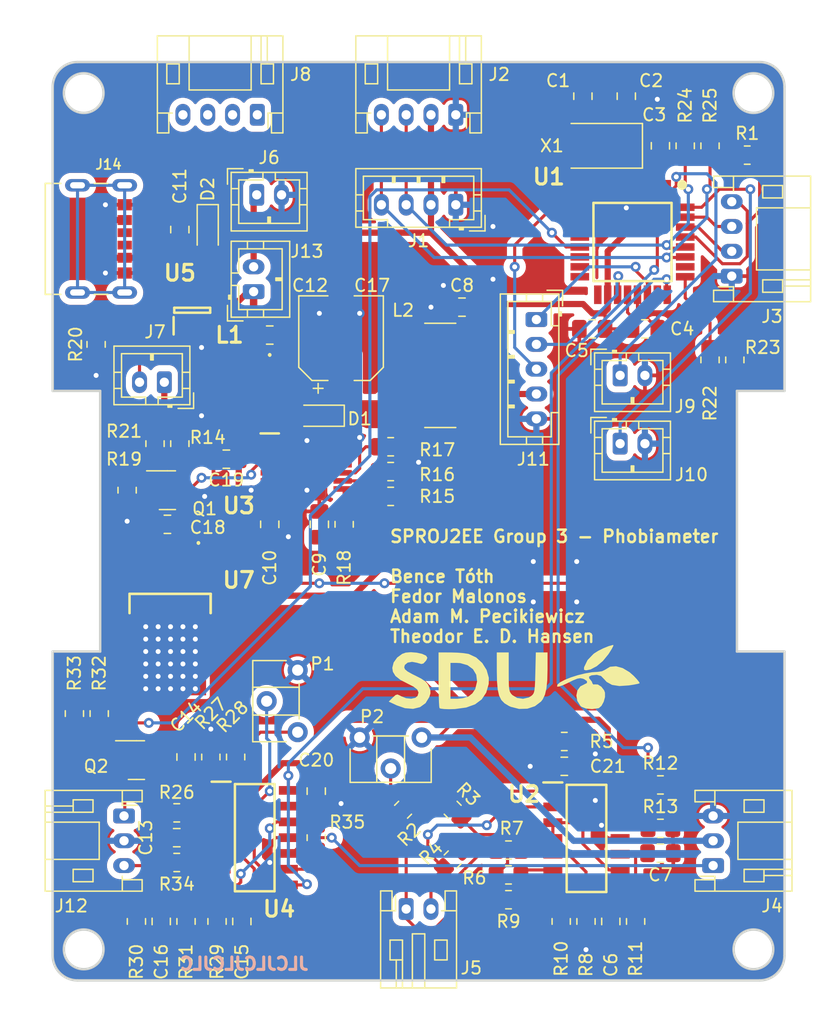
<source format=kicad_pcb>
(kicad_pcb (version 20240108) (generator "pcbnew") (generator_version "8.0")
  (layers (0 "F.Cu" signal) (31 "B.Cu" signal) (34 "B.Paste" user) (35 "F.Paste" user) (36 "B.SilkS" user "B.Silkscreen") (37 "F.SilkS" user "F.Silkscreen") (38 "B.Mask" user) (39 "F.Mask" user) (44 "Edge.Cuts" user))
  (net 0 "")
  (net 1 "GND")
  (net 2 "+5V")
  (net 3 "INV_C")
  (net 4 "Net-(C6-Pad2)")
  (net 5 "Non_INV_C")
  (net 6 "Net-(C9-Pad1)")
  (net 7 "Net-(U3-SS)")
  (net 8 "VBUS")
  (net 9 "+BATT")
  (net 10 "SCL")
  (net 11 "SDA")
  (net 12 "~{RESET}")
  (net 13 "TX")
  (net 14 "RX")
  (net 15 "A0")
  (net 16 "Net-(J5-Pin_1)")
  (net 17 "INV_A")
  (net 18 "Net-(J7-Pin_1)")
  (net 19 "ADC7")
  (net 20 "ADC6")
  (net 21 "PD2")
  (net 22 "Net-(Q1-D)")
  (net 23 "Out_A")
  (net 24 "Net-(R3-Pad2)")
  (net 25 "INV_B")
  (net 26 "Non_INV_B")
  (net 27 "Out_B")
  (net 28 "INV_D")
  (net 29 "A1")
  (net 30 "Net-(U3-FREQ)")
  (net 31 "Net-(U1-PC2_(ADC2{slash}PTCY))")
  (net 46 "Net-(J12-Pin_3)")
  (net 47 "Non_INV_A_1")
  (net 48 "INV_A_1")
  (net 49 "Out_A_1")
  (net 50 "Net-(C15-Pad1)")
  (net 51 "Non_INV_B_1")
  (net 52 "INV_B_1")
  (net 53 "Non_INV_C_1")
  (net 54 "Net-(J12-Pin_1)")
  (net 55 "INV_D_1")
  (net 56 "Net-(Q2-D)")
  (net 57 "INV_C_1")
  (net 58 "/XTAL2")
  (net 59 "/XTAL1")
  (net 60 "/SW_1")
  (net 61 "/Feedback")
  (net 62 "Net-(U3-COMP)")
  (net 63 "Net-(J13-Pin_2)")
  (net 64 "PD3")
  (net 66 "Non_INV_D_1")
  (net 67 "PI_EN")
  (net 68 "Out_C_1")
  (net 69 "Net-(J7-Pin_2)")
  (net 70 "Net-(U5-PROG)")
  (net 71 "Net-(D1-K)")
  (net 72 "PD5")
  (net 75 "Net-(J14-SHIELD-PadS1)")
  (footprint "Resistor_SMD:R_0805_2012Metric_Pad1.20x1.40mm_HandSolder" (layer "F.Cu") (at 164.75 91.5 90)
    (property "Reference" "R22")
    (property "Value" "10k" (hide yes))
  )
  (footprint "Resistor_SMD:R_0805_2012Metric_Pad1.20x1.40mm_HandSolder" (layer "F.Cu") (at 139 98.5 180)
    (property "Reference" "R17")
    (property "Value" "R" (hide yes))
  )
  (footprint "SamacSys_Parts:SOIC127P600X173-14N" (layer "F.Cu") (at 154.789 130.06)
    (property "Reference" "U2")
    (property "Value" "LMV324BG-13" (hide yes))
  )
  (footprint "Downloads:Logo_V11" (layer "F.Cu") (at 149 117)
    (property "Reference" "G***" (hide yes))
    (property "Value" "LOGO" (hide yes))
  )
  (footprint "Resistor_SMD:R_0805_2012Metric_Pad1.20x1.40mm_HandSolder" (layer "F.Cu") (at 144 131.75 -135)
    (property "Reference" "R4")
    (property "Value" "R" (hide yes))
  )
  (footprint "Capacitor_SMD:C_0805_2012Metric_Pad1.18x1.45mm_HandSolder" (layer "F.Cu") (at 133 126.25 -90)
    (property "Reference" "C20")
    (property "Value" "100n" (hide yes))
  )
  (footprint "Capacitor_SMD:C_0805_2012Metric_Pad1.18x1.45mm_HandSolder" (layer "F.Cu") (at 133.25 104.75 90)
    (property "Reference" "C9")
    (property "Value" "C" (hide yes))
  )
  (footprint "Resistor_SMD:R_0805_2012Metric_Pad1.20x1.40mm_HandSolder" (layer "F.Cu") (at 122 98.25 90)
    (property "Reference" "R14")
    (property "Value" "R" (hide yes))
  )
  (footprint "Capacitor_SMD:C_0805_2012Metric_Pad1.18x1.45mm_HandSolder" (layer "F.Cu") (at 153 124.25 180)
    (property "Reference" "C21")
    (property "Value" "100n" (hide yes))
  )
  (footprint "Potentiometer_THT:Potentiometer_ACP_CA6-H2,5_Horizontal" (layer "F.Cu") (at 141.499999 121.925 -90)
    (property "Reference" "P2")
    (property "Value" "R_Potentiometer" (hide yes))
  )
  (footprint "Connector_JST:JST_PH_S4B-PH-K_1x04_P2.00mm_Horizontal" (layer "F.Cu") (at 128.25 71.75 180)
    (property "Reference" "J8")
    (property "Value" "Conn_01x04_Pin" (hide yes))
  )
  (footprint "Resistor_SMD:R_0805_2012Metric_Pad1.20x1.40mm_HandSolder" (layer "F.Cu") (at 153 122.25)
    (property "Reference" "R5")
    (property "Value" "R" (hide yes))
  )
  (footprint "SamacSys_Parts:SDR04035R6ML" (layer "F.Cu") (at 127.6 93.75 -90)
    (property "Reference" "L1")
    (property "Value" "SDR0403-5R6ML" (hide yes))
  )
  (footprint "Resistor_SMD:R_0805_2012Metric_Pad1.20x1.40mm_HandSolder" (layer "F.Cu") (at 125 136.75 90)
    (property "Reference" "R29")
    (property "Value" "R" (hide yes))
  )
  (footprint "Capacitor_SMD:C_0805_2012Metric_Pad1.18x1.45mm_HandSolder" (layer "F.Cu") (at 121 104.75)
    (property "Reference" "C18")
    (property "Value" "C" (hide yes))
  )
  (footprint "Package_TO_SOT_SMD:SOT-23" (layer "F.Cu") (at 121 102)
    (property "Reference" "Q1")
    (property "Value" "Q_NMOS_GSD" (hide yes))
  )
  (footprint "Capacitor_SMD:C_0805_2012Metric_Pad1.18x1.45mm_HandSolder" (layer "F.Cu") (at 160.75 131.25)
    (property "Reference" "C7")
    (property "Value" "C" (hide yes))
  )
  (footprint "Capacitor_SMD:C_0805_2012Metric_Pad1.18x1.45mm_HandSolder" (layer "F.Cu") (at 125.75 99.5 180)
    (property "Reference" "C19")
    (property "Value" "4.7u" (hide yes))
  )
  (footprint "Diode_SMD:D_SOD-323_HandSoldering" (layer "F.Cu") (at 124.25 81 -90)
    (property "Reference" "D2")
    (property "Value" "D" (hide yes))
  )
  (footprint "Resistor_SMD:R_0805_2012Metric_Pad1.20x1.40mm_HandSolder" (layer "F.Cu") (at 140 127.75 -135)
    (property "Reference" "R2")
    (property "Value" "R" (hide yes))
  )
  (footprint "Resistor_SMD:R_0805_2012Metric_Pad1.20x1.40mm_HandSolder" (layer "F.Cu") (at 122.5 136.75 90)
    (property "Reference" "R31")
    (property "Value" "R" (hide yes))
  )
  (footprint "Resistor_SMD:R_0805_2012Metric_Pad1.20x1.40mm_HandSolder" (layer "F.Cu") (at 148.5 131)
    (property "Reference" "R7")
    (property "Value" "R" (hide yes))
  )
  (footprint "Connector_JST:JST_PH_B2B-PH-K_1x02_P2.00mm_Vertical" (layer "F.Cu") (at 127.95 86 90)
    (property "Reference" "J13")
    (property "Value" "Conn_01x02_Pin" (hide yes))
  )
  (footprint "Capacitor_SMD:C_0805_2012Metric_Pad1.18x1.45mm_HandSolder" (layer "F.Cu") (at 158 70.25 90)
    (property "Reference" "C2")
    (property "Value" "10p" (hide yes))
  )
  (footprint "Resistor_SMD:R_0805_2012Metric_Pad1.20x1.40mm_HandSolder" (layer "F.Cu") (at 120 98.25 -90)
    (property "Reference" "R21")
    (property "Value" "R" (hide yes))
  )
  (footprint "SamacSys_Parts:QFP80P900X900X120-32N" (layer "F.Cu") (at 158.5 82 -90)
    (property "Reference" "U1")
    (property "Value" "ATMEGA328PB-AU" (hide yes))
  )
  (footprint "Resistor_SMD:R_0805_2012Metric_Pad1.20x1.40mm_HandSolder" (layer "F.Cu") (at 152.75 136.75 -90)
    (property "Reference" "R10")
    (property "Value" "R" (hide yes))
  )
  (footprint "Package_TO_SOT_SMD:SOT-23" (layer "F.Cu") (at 118.5 123.75)
    (property "Reference" "Q2")
    (property "Value" "Q_PMOS_GSD" (hide yes))
  )
  (footprint "Capacitor_SMD:C_0805_2012Metric_Pad1.18x1.45mm_HandSolder" (layer "F.Cu") (at 127 136.75 90)
    (property "Reference" "C15")
    (property "Value" "100n" (hide yes))
  )
  (footprint "Resistor_SMD:R_0805_2012Metric_Pad1.20x1.40mm_HandSolder" (layer "F.Cu") (at 118.5 136.75 90)
    (property "Reference" "R30")
    (property "Value" "R" (hide yes))
  )
  (footprint "Capacitor_SMD:C_0805_2012Metric_Pad1.18x1.45mm_HandSolder" (layer "F.Cu") (at 155.25 89 180)
    (property "Reference" "C5")
    (property "Value" "100n" (hide yes))
  )
  (footprint "Capacitor_SMD:C_0805_2012Metric_Pad1.18x1.45mm_HandSolder" (layer "F.Cu") (at 154.5 70.25 90)
    (property "Reference" "C1")
    (property "Value" "10p" (hide yes))
  )
  (footprint "Resistor_SMD:R_0805_2012Metric_Pad1.20x1.40mm_HandSolder" (layer "F.Cu") (at 139 102.5)
    (property "Reference" "R15")
    (property "Value" "R" (hide yes))
  )
  (footprint "Inductor_SMD:L_Bourns-SRN8040_8x8.15mm" (layer "F.Cu") (at 143 92.75)
    (property "Reference" "L2")
    (property "Value" "L" (hide yes))
  )
  (footprint "Capacitor_SMD:C_0805_2012Metric_Pad1.18x1.45mm_HandSolder" (layer "F.Cu") (at 129.25 89.5)
    (property "Reference" "C12")
    (property "Value" "4.7u" (hide yes))
  )
  (footprint "Resistor_SMD:R_0805_2012Metric_Pad1.20x1.40mm_HandSolder" (layer "F.Cu") (at 148.5 133)
    (property "Reference" "R6")
    (property "Value" "R" (hide yes))
  )
  (footprint "Crystal:Crystal_SMD_5032-2Pin_5.0x3.2mm" (layer "F.Cu") (at 156.25 74.25 180)
    (property "Reference" "X1")
    (property "Value" "Crystal" (hide yes))
  )
  (footprint "Resistor_SMD:R_0805_2012Metric_Pad1.20x1.40mm_HandSolder" (layer "F.Cu") (at 160.75 129.25 180)
    (property "Reference" "R13")
    (property "Value" "R" (hide yes))
  )
  (footprint "Connector_JST:JST_PH_B2B-PH-K_1x02_P2.00mm_Vertical" (layer "F.Cu") (at 120.75 93.3 180)
    (property "Reference" "J7")
    (property "Value" "Conn_01x02_Pin" (hide yes))
  )
  (footprint "Capacitor_SMD:C_0805_2012Metric_Pad1.18x1.45mm_HandSolder" (layer "F.Cu") (at 160.75 74.25 90)
    (property "Reference" "C3")
    (property "Value" "100n" (hide yes))
  )
  (footprint "SamacSys_Parts:MC7805CDTG" (layer "F.Cu") (at 121.215 113.402 180)
    (property "Reference" "U7")
    (property "Value" "MC7805CDTG" (hide yes))
  )
  (footprint "Connector_JST:JST_PH_B2B-PH-K_1x02_P2.00mm_Vertical" (layer "F.Cu") (at 157.5 98.25)
    (property "Reference" "J10")
    (property "Value" "Conn_01x02_Pin" (hide yes))
  )
  (footprint "Resistor_SMD:R_0805_2012Metric_Pad1.20x1.40mm_HandSolder" (layer "F.Cu") (at 115.5 120 -90)
    (property "Reference" "R32")
    (property "Value" "R" (hide yes))
  )
  (footprint "Capacitor_SMD:C_0805_2012Metric_Pad1.18x1.45mm_HandSolder" (layer "F.Cu") (at 121.75 130)
    (property "Reference" "C13")
    (property "Value" "100n" (hide yes))
  )
  (footprint "Connector_JST:JST_PH_S4B-PH-K_1x04_P2.00mm_Horizontal" (layer "F.Cu") (at 144.25 71.75 180)
    (property "Reference" "J2")
    (property "Value" "Conn_01x04_Pin" (hide yes))
  )
  (footprint "SamacSys_Parts:SOT95P270X145-5N" (layer "F.Cu") (at 123 87.5 90)
    (property "Reference" "U5")
    (property "Value" "MCP73831T-2ACI_OT" (hide yes))
  )
  (footprint "Connector_JST:JST_PH_S4B-PH-K_1x04_P2.00mm_Horizontal" (layer "F.Cu") (at 166.5 84.75 90)
    (property "Reference" "J3")
    (property "Value" "Conn_01x04_Pin" (hide yes))
  )
  (footprint "Resistor_SMD:R_0805_2012Metric_Pad1.20x1.40mm_HandSolder" (layer "F.Cu") (at 164.75 74.25 90)
    (property "Reference" "R25")
    (property "Value" "R" (hide yes))
  )
  (footprint "Resistor_SMD:R_0805_2012Metric_Pad1.20x1.40mm_HandSolder" (layer "F.Cu") (at 121.75 128)
    (property "Reference" "R26")
    (property "Value" "R" (hide yes))
  )
  (footprint "Resistor_SMD:R_0805_2012Metric_Pad1.20x1.40mm_HandSolder" (layer "F.Cu") (at 160.75 125.75 180)
    (property "Reference" "R12")
    (property "Value" "R" (hide yes))
  )
  (footprint "Connector_JST:JST_PH_S2B-PH-K_1x02_P2.00mm_Horizontal" (layer "F.Cu") (at 140.25 135.75)
    (property "Reference" "J5")
    (property "Value" "Conn_01x02_Pin" (hide yes))
  )
  (footprint "Resistor_SMD:R_0805_2012Metric_Pad1.20x1.40mm_HandSolder" (layer "F.Cu") (at 133 130 90)
    (property "Reference" "R35")
    (property "Value" "0R" (hide yes))
  )
  (footprint "Capacitor_SMD:C_0805_2012Metric_Pad1.18x1.45mm_HandSolder" (layer "F.Cu") (at 129.25 104.75 -90)
    (property "Reference" "C10")
    (property "Value" "C" (hide yes))
  )
  (footprint "Resistor_SMD:R_0805_2012Metric_Pad1.20x1.40mm_HandSolder" (layer "F.Cu") (at 158.75 136.75 90)
    (property "Reference" "R11")
    (property "Value" "R" (hide yes))
  )
  (footprint "Connector_JST:JST_PH_S3B-PH-K_1x03_P2.00mm_Horizontal" (layer "F.Cu") (at 165 132.251 90)
    (property "Reference" "J4")
    (property "Value" "Conn_01x03_Pin" (hide yes))
  )
  (footprint "Resistor_SMD:R_0805_2012Metric_Pad1.20x1.40mm_HandSolder" (layer "F.Cu") (at 115.25 90.25 90)
    (property "Reference" "R20")
    (property "Value" "R" (hide yes))
  )
  (footprint "Resistor_SMD:R_0805_2012Metric_Pad1.20x1.40mm_HandSolder" (layer "F.Cu") (at 167.75 75 180)
    (property "Reference" "R1")
    (property "Value" "10k" (hide yes))
  )
  (footprint "Capacitor_SMD:C_0805_2012Metric_Pad1.18x1.45mm_HandSolder" (layer "F.Cu") (at 156.75 136.75 -90)
    (property "Reference" "C6")
    (property "Value" "C" (hide yes))
  )
  (footprint "Capacitor_SMD:C_0805_2012Metric_Pad1.18x1.45mm_HandSolder" (layer "F.Cu") (at 122 81 90)
    (property "Reference" "C11")
    (property "Value" "4.7u" (hide yes))
  )
  (footprint "Connector_JST:JST_PH_B4B-PH-K_1x04_P2.00mm_Vertical" (layer "F.Cu") (at 144.25 79 180)
    (property "Reference" "J1")
    (property "Value" "Conn_01x04_Pin" (hide yes))
  )
  (footprint "Resistor_SMD:R_0805_2012Metric_Pad1.20x1.40mm_HandSolder" (layer "F.Cu") (at 121.75 132)
    (property "Reference" "R34")
    (property "Value" "R" (hide yes))
  )
  (footprint "Resistor_SMD:R_0805_2012Metric_Pad1.20x1.40mm_HandSolder" (layer "F.Cu") (at 126.5 123.5 -90)
    (property "Reference" "R28")
    (property "Value" "R" (hide yes))
  )
  (footprint "Capacitor_SMD:C_0805_2012Metric_Pad1.18x1.45mm_HandSolder" (layer "F.Cu") (at 159.5 89)
    (property "Reference" "C4")
    (property "Value" "100n" (hide yes))
  )
  (footprint "SamacSys_Parts:SOP65P640X120-15N" (layer "F.Cu") (at 132.188 99.95)
    (property "Reference" "U3")
    (property "Value" "TPS61175PWPR" (hide yes))
  )
  (footprint "Diode_SMD:D_SOD-323_HandSoldering" (layer "F.Cu") (at 133.25 96 180)
    (property "Reference" "D1")
    (property "Value" "D" (hide yes))
  )
  (footprint "Resistor_SMD:R_0805_2012Metric_Pad1.20x1.40mm_HandSolder" (layer "F.Cu") (at 162.75 74.25 -90)
    (property "Reference" "R24")
    (property "Value" "R" (hide yes))
  )
  (footprint "Potentiometer_THT:Potentiometer_ACP_CA6-H2,5_Horizontal" (layer "F.Cu") (at 131.5 121.5 180)
    (property "Reference" "P1")
    (property "Value" "R_Potentiometer" (hide yes))
  )
  (footprint "Capacitor_SMD:C_0805_2012Metric_Pad1.18x1.45mm_HandSolder" (layer "F.Cu") (at 120.5 136.75 -90)
    (property "Reference" "C16")
    (property "Value" "100n" (hide yes))
  )
  (footprint "Resistor_SMD:R_0805_2012Metric_Pad1.20x1.40mm_HandSolder" (layer "F.Cu") (at 135.25 104.75 90)
    (property "Reference" "R18")
    (property "Value" "R" (hide yes))
  )
  (footprint "Connector_JST:JST_PH_B2B-PH-K_1x02_P2.00mm_Vertical" (layer "F.Cu") (at 157.5 92.75)
    (property "Reference" "J9")
    (property "Value" "Conn_01x02_Pin" (hide yes))
  )
  (footprint "Connector_JST:JST_PH_B2B-PH-K_1x02_P2.00mm_Vertical" (layer "F.Cu") (at 128.2 78.2)
    (property "Reference" "J6")
    (property "Value" "Conn_01x02_Pin" (hide yes))
  )
  (footprint "Resistor_SMD:R_0805_2012Metric_Pad1.20x1.40mm_HandSolder" (layer "F.Cu") (at 144 127.75 -45)
    (property "Reference" "R3")
    (property "Value" "R" (hide yes))
  )
  (footprint "Resistor_SMD:R_0805_2012Metric_Pad1.20x1.40mm_HandSolder" (layer "F.Cu") (at 117.75 102 90)
    (property "Reference" "R19")
    (property "Value" "R" (hide yes))
  )
  (footprint "Connector_JST:JST_PH_B5B-PH-K_1x05_P2.00mm_Vertical" (layer "F.Cu") (at 150.75 88.25 -90)
    (property "Reference" "J11")
    (property "Value" "Conn_01x05_Pin" (hide yes))
  )
  (footprint "Resistor_SMD:R_0805_2012Metric_Pad1.20x1.40mm_HandSolder" (layer "F.Cu") (at 113.5 120 90)
    (property "Reference" "R33")
    (property "Value" "R" (hide yes))
  )
  (footprint "Capacitor_SMD:C_0805_2012Metric_Pad1.18x1.45mm_HandSolder" (layer "F.Cu") (at 144.75 87.25 180)
    (property "Reference" "C8")
    (property "Value" "C" (hide yes))
  )
  (footprint "Resistor_SMD:R_0805_2012Metric_Pad1.20x1.40mm_HandSolder" (layer "F.Cu") (at 139 100.5 180)
    (property "Reference" "R16")
    (property "Value" "R" (hide yes))
  )
  (footprint "Resistor_SMD:R_0805_2012Metric_Pad1.20x1.40mm_HandSolder" (layer "F.Cu") (at 124.5 123.5 -90)
    (property "Reference" "R27")
    (property "Value" "R" (hide yes))
  )
  (footprint "Resistor_SMD:R_0805_2012Metric_Pad1.20x1.40mm_HandSolder" (layer "F.Cu") (at 154.75 136.75 90)
    (property "Reference" "R8")
    (property "Value" "R" (hide yes))
  )
  (footprint "Capacitor_SMD:C_0805_2012Metric_Pad1.18x1.45mm_HandSolder" (layer "F.Cu") (at 122.5 123.5 90)
    (property "Reference" "C14")
    (property "Value" "100n" (hide yes))
  )
  (footprint "New folder:CUI_UJC-HP-3-SMT-TR" (layer "F.Cu") (at 117.55 81.75 -90)
    (property "Reference" "J14")
    (property "Value" "UJC-HP-3-SMT-TR")
  )
  (footprint "Resistor_SMD:R_0805_2012Metric_Pad1.20x1.40mm_HandSolder" (layer "F.Cu") (at 166.75 91.5 -90)
    (property "Reference" "R23")
    (property "Value" "10k" (hide yes))
  )
  (footprint "Resistor_SMD:R_0805_2012Metric_Pad1.20x1.40mm_HandSolder" (layer "F.Cu") (at 148.5 135)
    (property "Reference" "R9")
    (property "Value" "R" (hide yes))
  )
  (footprint "Connector_JST:JST_PH_S3B-PH-K_1x03_P2.00mm_Horizontal" (layer "F.Cu") (at 117.5 128.25 -90)
    (property "Reference" "J12")
    (property "Value" "Conn_01x03_Pin" (hide yes))
  )
  (footprint "SamacSys_Parts:SOIC127P600X173-14N" (layer "F.Cu") (at 128.039 130)
    (property "Reference" "U4")
    (property "Value" "LMV324BG-13" (hide yes))
  )
  (footprint "Capacitor_SMD:CP_Elec_6.3x5.4" (layer "F.Cu") (at 135 89.75 90)
    (property "Reference" "C17")
    (property "Value" "100n" (hide yes))
  )
  (gr_line (start 113.75 141.5) (end 168.75 141.5) (stroke (width 0.2)) (layer "Edge.Cuts"))
  (gr_line (start 170.75 115) (end 166.921573 115) (stroke (width 0.2)) (layer "Edge.Cuts"))
  (gr_line (start 111.75 69.5) (end 111.75 94) (stroke (width 0.2)) (layer "Edge.Cuts"))
  (gr_circle (center 114.25 70) (end 115.85 70) (stroke (width 0.2)) (fill none) (layer "Edge.Cuts"))
  (gr_arc (start 111.75 69.5) (mid 112.335786 68.085786) (end 113.75 67.5) (stroke (width 0.2)) (layer "Edge.Cuts"))
  (gr_line (start 168.75 67.5) (end 113.75 67.5) (stroke (width 0.2)) (layer "Edge.Cuts"))
  (gr_line (start 170.75 94) (end 170.75 69.5) (stroke (width 0.2)) (layer "Edge.Cuts"))
  (gr_circle (center 168.25 139) (end 169.85 139) (stroke (width 0.2)) (fill none) (layer "Edge.Cuts"))
  (gr_line (start 111.75 115) (end 111.75 139.5) (stroke (width 0.2)) (layer "Edge.Cuts"))
  (gr_line (start 166.921573 115) (end 166.921573 94) (stroke (width 0.2)) (layer "Edge.Cuts"))
  (gr_arc (start 168.75 67.5) (mid 170.164214 68.085786) (end 170.75 69.5) (stroke (width 0.2)) (layer "Edge.Cuts"))
  (gr_line (start 166.921573 94) (end 170.75 94) (stroke (width 0.2)) (layer "Edge.Cuts"))
  (gr_line (start 170.75 139.5) (end 170.75 115) (stroke (width 0.2)) (layer "Edge.Cuts"))
  (gr_arc (start 170.75 139.5) (mid 170.164214 140.914214) (end 168.75 141.5) (stroke (width 0.2)) (layer "Edge.Cuts"))
  (gr_line (start 111.75 94) (end 115.578427 94) (stroke (width 0.2)) (layer "Edge.Cuts"))
  (gr_circle (center 168.25 70) (end 169.85 70) (stroke (width 0.2)) (fill none) (layer "Edge.Cuts"))
  (gr_line (start 115.578427 115) (end 111.75 115) (stroke (width 0.2)) (layer "Edge.Cuts"))
  (gr_line (start 115.578427 94) (end 115.578427 115) (stroke (width 0.2)) (layer "Edge.Cuts"))
  (gr_circle (center 114.25 139) (end 115.85 139) (stroke (width 0.2)) (fill none) (layer "Edge.Cuts"))
  (gr_arc (start 113.75 141.5) (mid 112.335786 140.914214) (end 111.75 139.5) (stroke (width 0.2)) (layer "Edge.Cuts"))
  (gr_text "JLCJLCJLCJLC" (at 132.5 140.75 0) (layer "B.SilkS") (effects (font (size 1 1) (thickness 0.25) (bold yes)) (justify left bottom mirror)))
  (gr_text "SPROJ2EE Group 3 - Phobiameter\n\nBence Tóth\nFedor Malonos\nAdam M. Pecikiewicz\nTheodor E. D. Hansen" (at 138.843189 109.75 0) (layer "F.SilkS") (effects (font (size 1 1) (thickness 0.2) (bold yes)) (justify left)))
  (segment (start 129.75 130) (end 130.75 130) (width 0.25) (layer "F.Cu") (net 1))
  (segment (start 156 129) (end 156 129.5) (width 0.25) (layer "F.Cu") (net 1))
  (segment (start 132.188 99.95) (end 133.25 98.888) (width 0.25) (layer "F.Cu") (net 1))
  (segment (start 133.25 98.888) (end 133.25 88.75) (width 0.25) (layer "F.Cu") (net 1))
  (segment (start 156.56 130.06) (end 157.5 130.06) (width 0.25) (layer "F.Cu") (net 1))
  (segment (start 135.126 98) (end 136.25 98) (width 0.25) (layer "F.Cu") (net 1))
  (segment (start 150.25 124.25) (end 151.9625 124.25) (width 0.25) (layer "F.Cu") (net 1))
  (segment (start 140 100.5) (end 140.25 100.5) (width 0.25) (layer "F.Cu") (net 1))
  (segment (start 155 122.25) (end 155.5 122.75) (width 0.25) (layer "F.Cu") (net 1))
  (segment (start 156 129.5) (end 156.56 130.06) (width 0.25) (layer "F.Cu") (net 1))
  (segment (start 129.15 102) (end 129.25 101.9) (width 0.25) (layer "F.Cu") (net 1))
  (segment (start 124.5 121.25) (end 124.5 122.5) (width 0.5) (layer "F.Cu") (net 1))
  (segment (start 158 77.85) (end 158.1 77.75) (width 0.25) (layer "F.Cu") (net 1))
  (segment (start 135 127.25) (end 133.0375 127.25) (width 0.25) (layer "F.Cu") (net 1))
  (segment (start 135.126 99.3) (end 135.126 98.65) (width 0.25) (layer "F.Cu") (net 1))
  (segment (start 158.9 87.3625) (end 158.9 86.25) (width 0.25) (layer "F.Cu") (net 1))
  (segment (start 160.75 70.75) (end 160.5 70.5) (width 0.25) (layer "F.Cu") (net 1))
  (segment (start 136.25 98) (end 136.5 97.75) (width 0.25) (layer "F.Cu") (net 1))
  (segment (start 129.25 101.25) (end 129.25 101.9) (width 0.25) (layer "F.Cu") (net 1))
  (segment (start 127.75 102) (end 129.15 102) (width 0.25) (layer "F.Cu") (net 1))
  (segment (start 140.25 98.5) (end 140 98.5) (width 0.25) (layer "F.Cu") (net 1))
  (segment (start 154 122.25) (end 155 122.25) (width 0.25) (layer "F.Cu") (net 1))
  (segment (start 133.0375 127.25) (end 133 127.2875) (width 0.25) (layer "F.Cu") (net 1))
  (segment (start 154.75 139.0255) (end 154.75 137.75) (width 0.25) (layer "F.Cu") (net 1))
  (segment (start 135 87) (end 135 86.95) (width 0.25) (layer "F.Cu") (net 1))
  (segment (start 160.5375 89) (end 158.9 87.3625) (width 0.25) (layer "F.Cu") (net 1))
  (segment (start 158 79.25) (end 158 77.85) (width 0.25) (layer "F.Cu") (net 1))
  (segment (start 135.126 98.65) (end 135.126 98) (width 0.25) (layer "F.Cu") (net 1))
  (segment (start 160.75 73.2125) (end 160.75 70.75) (width 0.25) (layer "F.Cu") (net 1))
  (segment (start 129.25 130.5) (end 129.75 130) (width 0.25) (layer "F.Cu") (net 1))
  (segment (start 135.126 98) (end 132.25 98) (width 0.25) (layer "F.Cu") (net 1))
  (segment (start 129.25 132) (end 129.25 130.5) (width 0.25) (layer "F.Cu") (net 1))
  (segment (start 133.25 88.75) (end 135 87) (width 0.25) (layer "F.Cu") (net 1))
  (segment (start 155.5 122.75) (end 155.5 123.25) (width 0.25) (layer "F.Cu") (net 1))
  (via (at 160.5 70.5) (size 0.8) (drill 0.4) (layers "F.Cu" "B.Cu") (net 1))
  (via (at 154 111) (size 0.8) (drill 0.4) (layers "F.Cu" "B.Cu") (net 1))
  (via (at 122.25 117) (size 0.8) (drill 0.4) (layers "F.Cu" "B.Cu") (net 1))
  (via (at 120.25 118) (size 0.8) (drill 0.4) (layers "F.Cu" "B.Cu") (net 1))
  (via (at 156 129) (size 0.8) (drill 0.4) (layers "F.Cu" "B.Cu") (net 1))
  (via (at 115.25 92.75) (size 0.8) (drill 0.4) (layers "F.Cu" "B.Cu") (net 1))
  (via (at 124 102.5) (size 0.8) (drill 0.4) (layers "F.Cu" "B.Cu") (net 1))
  (via (at 150.5 107.75) (size 0.8) (drill 0.4) (layers "F.Cu" "B.Cu") (net 1))
  (via (at 147.25 85) (size 0.8) (drill 0.4) (layers "F.Cu" "B.Cu") (net 1))
  (via (at 122.25 118) (size 0.8) (drill 0.4) (layers "F.Cu" "B.Cu") (net 1))
  (via (at 122.25 115) (size 0.8) (drill 0.4) (layers "F.Cu" "B.Cu") (net 1))
  (via (at 121.25 116) (size 0.8) (drill 0.4) (layers "F.Cu" "B.Cu") (net 1))
  (via (at 116 79) (size 0.8) (drill 0.4) (layers "F.Cu" "B.Cu") (net 1))
  (via (at 154.75 139.0255) (size 0.8) (drill 0.4) (layers "F.Cu" "B.Cu") (net 1))
  (via (at 132.25 102) (size 0.8) (drill 0.4) (layers "F.Cu" "B.Cu") (net 1))
  (via (at 120.25 115) (size 0.8) (drill 0.4) (layers "F.Cu" "B.Cu") (net 1))
  (via (at 123.25 113) (size 0.8) (drill 0.4) (layers "F.Cu" "B.Cu") (net 1))
  (via (at 117.75 104.5) (size 0.8) (drill 0.4) (layers "F.Cu" "B.Cu") (net 1))
  (via (at 147.25 80.75) (size 0.8) (drill 0.4) (layers "F.Cu" "B.Cu") (net 1))
  (via (at 123.25 117) (size 0.8) (drill 0.4) (layers "F.Cu" "B.Cu") (net 1))
  (via (at 136.5 87.75) (size 0.8) (drill 0.4) (layers "F.Cu" "B.Cu") (net 1))
  (via (at 120.25 113) (size 0.8) (drill 0.4) (layers "F.Cu" "B.Cu") (net 1))
  (via (at 122.25 116) (size 0.8) (drill 0.4) (layers "F.Cu" "B.Cu") (net 1))
  (via (at 142.25 87.25) (size 0.8) (drill 0.4) (layers "F.Cu" "B.Cu") (net 1))
  (via (at 119.25 117) (size 0.8) (drill 0.4) (layers "F.Cu" "B.Cu") (net 1))
  (via (at 154 107.75) (size 0.8) (drill 0.4) (layers "F.Cu" "B.Cu") (net 1))
  (via (at 120.25 116) (size 0.8) (drill 0.4) (layers "F.Cu" "B.Cu") (net 1))
  (via (at 120.25 117) (size 0.8) (drill 0.4) (layers "F.Cu" "B.Cu") (net 1))
  (via (at 119.25 116) (size 0.8) (drill 0.4) (layers "F.Cu" "B.Cu") (net 1))
  (via (at 123.25 114) (size 0.8) (drill 0.4) (layers "F.Cu" "B.Cu") (net 1))
  (via (at 130.75 105.75) (size 0.8) (drill 0.4) (layers "F.Cu" "B.Cu") (net 1))
  (via (at 123.25 116) (size 0.8) (drill 0.4) (layers "F.Cu" "B.Cu") (net 1))
  (via (at 120.25 114) (size 0.8) (drill 0.4) (layers "F.Cu" "B.Cu") (net 1))
  (via (at 121.25 114) (size 0.8) (drill 0.4) (layers "F.Cu" "B.Cu") (net 1))
  (via (at 122.25 114) (size 0.8) (drill 0.4) (layers "F.Cu" "B.Cu") (net 1))
  (via (at 123.75 90.5) (size 0.8) (drill 0.4) (layers "F.Cu" "B.Cu") (net 1))
  (via (at 132.25 98) (size 0.8) (drill 0.4) (layers "F.Cu" "B.Cu") (net 1))
  (via (at 124.5 121.25) (size 0.8) (drill 0.4) (layers "F.Cu" "B.Cu") (net 1))
  (via (at 123.25 118) (size 0.8) (drill 0.4) (layers "F.Cu" "B.Cu") (net 1))
  (via (at 143.25 85.5) (size 0.8) (drill 0.4) (layers "F.Cu" "B.Cu") (net 1))
  (via (at 135 127.25) (size 0.8) (drill 0.4) (layers "F.Cu" "B.Cu") (net 1))
  (via (at 116 84.5) (size 0.8) (drill 0.4) (layers "F.Cu" "B.Cu") (net 1))
  (via (at 121.25 118) (size 0.8) (drill 0.4) (layers "F.Cu" "B.Cu") (net 1))
  (via (at 127.75 102) (size 0.8) (drill 0.4) (layers "F.Cu" "B.Cu") (net 1))
  (via (at 158 79.25) (size 0.8) (drill 0.4) (layers "F.Cu" "B.Cu") (net 1))
  (via (at 141.25 99.75) (size 0.8) (drill 0.4) (layers "F.Cu" "B.Cu") (net 1))
  (via (at 155.5 123.25) (size 0.8) (drill 0.4) (layers "F.Cu" "B.Cu") (net 1))
  (via (at 121.25 117) (size 0.8) (drill 0.4) (layers "F.Cu" "B.Cu") (net 1))
  (via (at 155.5 127) (size 0.8) (drill 0.4) (layers "F.Cu" "B.Cu") (net 1))
  (via (at 150.5 111) (size 0.8) (drill 0.4) (layers "F.Cu" "B.Cu") (net 1))
  (via (at 136.5 97.75) (size 0.8) (drill 0.4) (layers "F.Cu" "B.Cu") (net 1))
  (via (at 119.25 115) (size 0.8) (drill 0.4) (layers "F.Cu" "B.Cu") (net 1))
  (via (at 150.25 124.25) (size 0.8) (drill 0.4) (layers "F.Cu" "B.Cu") (net 1))
  (via (at 119.25 118) (size 0.8) (drill 0.4) (layers "F.Cu" "B.Cu") (net 1))
  (via (at 123.75 96) (size 0.8) (drill 0.4) (layers "F.Cu" "B.Cu") (net 1))
  (via (at 123.25 115) (size 0.8) (drill 0.4) (layers "F.Cu" "B.Cu") (net 1))
  (via (at 133.25 87.75) (size 0.8) (drill 0.4) (layers "F.Cu" "B.Cu") (net 1))
  (via (at 121.25 113) (size 0.8) (drill 0.4) (layers "F.Cu" "B.Cu") (net 1))
  (via (at 119.25 114) (size 0.8) (drill 0.4) (layers "F.Cu" "B.Cu") (net 1))
  (via (at 129.25 132) (size 0.8) (drill 0.4) (layers "F.Cu" "B.Cu") (net 1))
  (via (at 122.25 113) (size 0.8) (drill 0.4) (layers "F.Cu" "B.Cu") (net 1))
  (via (at 119.25 113) (size 0.8) (drill 0.4) (layers "F.Cu" "B.Cu") (net 1))
  (via (at 121.25 115) (size 0.8) (drill 0.4) (layers "F.Cu" "B.Cu") (net 1))
  (segment (start 124.25 76.25) (end 124.25 79.75) (width 0.5) (layer "F.Cu") (net 2))
  (segment (start 152.078 130.06) (end 152.078 128.79) (width 0.25) (layer "F.Cu") (net 2))
  (segment (start 155.75 120.5) (end 156.5 121.25) (width 0.5) (layer "F.Cu") (net 2))
  (segment (start 136 110.5) (end 145.8 100.7) (width 0.5) (layer "F.Cu") (net 2))
  (segment (start 158.4625 88.0375) (end 158.4625 89) (width 0.25) (layer "F.Cu") (net 2))
  (segment (start 154.514949 87) (end 155.264949 87.75) (width 0.5) (layer "F.Cu") (net 2))
  (segment (start 145.7875 84.7875) (end 142.25 81.25) (width 0.5) (layer "F.Cu") (net 2))
  (segment (start 119.9625 105.7875) (end 119.9625 104.75) (width 0.5) (layer "F.Cu") (net 2))
  (segment (start 154.0375 128.2125) (end 153.46 128.79) (width 0.25) (layer "F.Cu") (net 2))
  (segment (start 162.75 73.25) (end 164.75 73.25) (width 0.25) (layer "F.Cu") (net 2))
  (segment (start 127.25 127.047918) (end 127.25 129.25) (width 0.5) (layer "F.Cu") (net 2))
  (segment (start 135.25 81.25) (end 134.5 80.5) (width 0.5) (layer "F.Cu") (net 2))
  (segment (start 158.1 87.675) (end 158.4625 88.0375) (width 0.25) (layer "F.Cu") (net 2))
  (segment (start 160.2125 75.2875) (end 158.9 76.6) (width 0.5) (layer "F.Cu") (net 2))
  (segment (start 156.15 87.75) (end 156.5 87.4) (width 0.5) (layer "F.Cu") (net 2))
  (segment (start 156.5 123.5) (end 155.75 124.25) (width 0.5) (layer "F.Cu") (net 2))
  (segment (start 166 73.25) (end 166.75 74) (width 0.25) (layer "F.Cu") (net 2))
  (segment (start 134.5 80.5) (end 134.5 76.25) (width 0.5) (layer "F.Cu") (net 2))
  (segment (start 124.25 130) (end 125.328 130) (width 0.25) (layer "F.Cu") (net 2))
  (segment (start 156.2875 89) (end 158.4625 89) (width 0.25) (layer "F.Cu") (net 2))
  (segment (start 117 108.5) (end 117.25 108.25) (width 0.25) (layer "F.Cu") (net 2))
  (segment (start 166.75 74) (end 166.75 75) (width 0.25) (layer "F.Cu") (net 2))
  (segment (start 116.5 116.75) (end 117 116.25) (width 0.25) (layer "F.Cu") (net 2))
  (segment (start 146.0375 87) (end 154.514949 87) (width 0.5) (layer "F.Cu") (net 2))
  (segment (start 118.93 108.25) (end 120.25 108.25) (width 0.5) (layer "F.Cu") (net 2))
  (segment (start 160.75 75) (end 160.75 75.2875) (width 0.25) (layer "F.Cu") (net 2))
  (segment (start 158.9 76.6) (end 158.9 77.75) (width 0.5) (layer "F.Cu") (net 2))
  (segment (start 145.8 100.7) (end 145.8 92.75) (width 0.5) (layer "F.Cu") (net 2))
  (segment (start 122.5 110.5) (end 136 110.5) (width 0.5) (layer "F.Cu") (net 2))
  (segment (start 118.93 106.82) (end 119.9625 105.7875) (width 0.5) (layer "F.Cu") (net 2))
  (segment (start 147.75 92.75) (end 149.25 94.25) (width 0.5) (layer "F.Cu") (net 2))
  (segment (start 144.75 120.5) (end 135.5 120.5) (width 0.5) (layer "F.Cu") (net 2))
  (segment (start 158.1 86.25) (end 158.1 87.675) (width 0.25) (layer "F.Cu") (net 2))
  (segment (start 142.25 81.25) (end 135.25 81.25) (width 0.5) (layer "F.Cu") (net 2))
  (segment (start 162.75 73.25) (end 162.5 73.25) (width 0.25) (layer "F.Cu") (net 2))
  (segment (start 115 116.75) (end 116.5 116.75) (width 0.25) (layer "F.Cu") (net 2))
  (segment (start 142.825 121.925) (end 141.499999 121.925) (width 0.25) (layer "F.Cu") (net 2))
  (segment (start 164.75 73.25) (end 166 73.25) (width 0.25) (layer "F.Cu") (net 2))
  (segment (start 153.46 128.79) (end 152.078 128.79) (width 0.25) (layer "F.Cu") (net 2))
  (segment (start 145.7875 87.25) (end 146.0375 87) (width 0.5) (layer "F.Cu") (net 2))
  (segment (start 156.5 86.25) (end 156.5 82.75) (width 0.5) (layer "F.Cu") (net 2))
  (segment (start 133 125.2125) (end 133 124.5) (width 0.25) (layer "F.Cu") (net 2))
  (segment (start 145.8 92.75) (end 147.75 92.75) (width 0.5) (layer "F.Cu") (net 2))
  (segment (start 132 124) (end 130.297918 124) (width 0.5) (layer "F.Cu") (net 2))
  (segment (start 117 116.25) (end 117 108.5) (width 0.25) (layer "F.Cu") (net 2))
  (segment (start 130.297918 124) (end 127.25 127.047918) (width 0.5) (layer "F.Cu") (net 2))
  (segment (start 135.5 120.5) (end 132 124) (width 0.5) (layer "F.Cu") (net 2))
  (segment (start 133.75 75.5) (end 125 75.5) (width 0.5) (layer "F.Cu") (net 2))
  (segment (start 156.2875 89) (end 156.2875 87.8875) (width 0.25) (layer "F.Cu") (net 2))
  (segment (start 142.25 81.25) (end 142.25 79) (width 0.5) (layer "F.Cu") (net 2))
  (segment (start 125 75.5) (end 124.25 76.25) (width 0.5) (layer "F.Cu") (net 2))
  (segment (start 158.625 80.625) (end 158.9 80.35) (width 0.5) (layer "F.Cu") (net 2))
  (segment (start 127.25 129.25) (end 126.5 130) (width 0.5) (layer "F.Cu") (net 2))
  (segment (start 144.25 120.5) (end 142.825 121.925) (width 0.25) (layer "F.Cu") (net 2))
  (segment (start 155.264949 87.75) (end 156.15 87.75) (width 0.5) (layer "F.Cu") (net 2))
  (segment (start 146 120.5) (end 155.75 120.5) (width 0.5) (layer "F.Cu") (net 2))
  (segment (start 156.5 82.75) (end 158.625 80.625) (width 0.5) (layer "F.Cu") (net 2))
  (segment (start 133 124.5) (end 132.5 124) (width 0.25) (layer "F.Cu") (net 2))
  (segment (start 118.93 108.25) (end 118.93 106.82) (width 0.5) (layer "F.Cu") (net 2))
  (segment (start 162.5 73.25) (end 160.75 75) (width 0.25) (layer "F.Cu") (net 2))
  (segment (start 123.75 132) (end 124 131.75) (width 0.25) (layer "F.Cu") (net 2))
  (segment (start 145.8 92.75) (end 145.8 87.2625) (width 0.5) (layer "F.Cu") (net 2))
  (segment (start 149.25 94.25) (end 150.75 94.25) (width 0.5) (layer "F.Cu") (net 2))
  (segment (start 156.5 87.4) (end 156.5 86.25) (width 0.5) (layer "F.Cu") (net 2))
  (segment (start 142.25 79) (end 142.25 71.75) (width 0.5) (layer "F.Cu") (net 2))
  (segment (start 122.75 132) (end 123.75 132) (width 0.25) (layer "F.Cu") (net 2))
  (segment (start 113.5 119) (end 113.5 118.25) (width 0.25) (layer "F.Cu") (net 2))
  (segment (start 126.5 130) (end 125.328 130) (width 0.5) (layer "F.Cu") (net 2))
  (segment (start 134.5 76.25) (end 133.75 75.5) (width 0.5) (layer "F.Cu") (net 2))
  (segment (start 154.0375 124.25) (end 154.0375 128.2125) (width 0.25) (layer "F.Cu") (net 2))
  (segment (start 145.7875 87.25) (end 145.7875 84.7875) (width 0.5) (layer "F.Cu") (net 2))
  (segment (start 113.5 118.25) (end 115 116.75) (width 0.25) (layer "F.Cu") (net 2))
  (segment (start 120.25 108.25) (end 122.5 110.5) (width 0.5) (layer "F.Cu") (net 2))
  (segment (start 136 110.5) (end 146 120.5) (width 0.5) (layer "F.Cu") (net 2))
  (segment (start 155.75 124.25) (end 154.0375 124.25) (width 0.5) (layer "F.Cu") (net 2))
  (segment (start 156.5 121.25) (end 156.5 123.5) (width 0.5) (layer "F.Cu") (net 2))
  (segment (start 124 131.75) (end 124 130.25) (width 0.25) (layer "F.Cu") (net 2))
  (segment (start 146 120.5) (end 144.75 120.5) (width 0.5) (layer "F.Cu") (net 2))
  (segment (start 160.75 75.2875) (end 160.2125 75.2875) (width 0.5) (layer "F.Cu") (net 2))
  (segment (start 145.8 87.2625) (end 145.7875 87.25) (width 0.5) (layer "F.Cu") (net 2))
  (segment (start 117.25 108.25) (end 118.93 108.25) (width 0.25) (layer "F.Cu") (net 2))
  (segment (start 124 130.25) (end 124.25 130) (width 0.25) (layer "F.Cu") (net 2))
  (segment (start 158.9 80.35) (end 158.9 77.75) (width 0.5) (layer "F.Cu") (net 2))
  (segment (start 132.5 124) (end 132 124) (width 0.25) (layer "F.Cu") (net 2))
  (segment (start 156.2875 87.8875) (end 156.15 87.75) (width 0.25) (layer "F.Cu") (net 2))
  (segment (start 144.75 120.5) (end 144.25 120.5) (width 0.25) (layer "F.Cu") (net 2))
  (segment (start 165 130.251) (end 153.751 130.251) (width 0.5) (layer "B.Cu") (net 2))
  (segment (start 145.425 121.925) (end 141.499999 121.925) (width 0.5) (layer "B.Cu") (net 2))
  (segment (start 153.751 130.251) (end 145.425 121.925) (width 0.5) (layer "B.Cu") (net 2))
  (segment (start 155.5 128.25) (end 156.96 128.25) (width 0.25) (layer "F.Cu") (net 3))
  (segment (start 157.5 132.6) (end 156.6 132.6) (width 0.25) (layer "F.Cu") (net 3))
  (segment (start 156.75 135.125) (end 157.5 134.375) (width 0.25) (layer "F.Cu") (net 3))
  (segment (start 157.5 134.375) (end 157.5 133.87) (width 0.25) (layer "F.Cu") (net 3))
  (segment (start 156.75 135.7125) (end 156.75 135.125) (width 0.25) (layer "F.Cu") (net 3))
  (segment (start 156.96 128.25) (end 157.5 128.79) (width 0.25) (layer "F.Cu") (net 3))
  (segment (start 156.6 132.6) (end 154.5 130.5) (width 0.25) (layer "F.Cu") (net 3))
  (segment (start 157.5 133.87) (end 157.5 132.6) (width 0.25) (layer "F.Cu") (net 3))
  (segment (start 154.5 129.25) (end 155.5 128.25) (width 0.25) (layer "F.Cu") (net 3))
  (segment (start 154.5 130.5) (end 154.5 129.25) (width 0.25) (layer "F.Cu") (net 3))
  (segment (start 156.25 139.75) (end 156.75 139.25) (width 0.25) (layer "F.Cu") (net 4))
  (segment (start 156.75 137.7875) (end 158.7125 137.7875) (width 0.25) (layer "F.Cu") (net 4))
  (segment (start 152.75 137.75) (end 152.75 139.25) (width 0.25) (layer "F.Cu") (net 4))
  (segment (start 156.75 139.25) (end 156.75 137.7875) (width 0.25) (layer "F.Cu") (net 4))
  (segment (start 153.25 139.75) (end 156.25 139.75) (width 0.25) (layer "F.Cu") (net 4))
  (segment (start 152.75 139.25) (end 153.25 139.75) (width 0.25) (layer "F.Cu") (net 4))
  (segment (start 158.7125 137.7875) (end 158.75 137.75) (width 0.25) (layer "F.Cu") (net 4))
  (segment (start 159 131.25) (end 158.75 131.5) (width 0.25) (layer "F.Cu") (net 5))
  (segment (start 158.75 135.75) (end 158.75 131.5) (width 0.25) (layer "F.Cu") (net 5))
  (segment (start 159.7125 131.25) (end 159 131.25) (width 0.25) (layer "F.Cu") (net 5))
  (segment (start 158.58 131.33) (end 157.5 131.33) (width 0.25) (layer "F.Cu") (net 5))
  (segment (start 158.75 131.5) (end 158.58 131.33) (width 0.25) (layer "F.Cu") (net 5))
  (segment (start 135.2125 105.7875) (end 135.25 105.75) (width 0.25) (layer "F.Cu") (net 6))
  (segment (start 133.25 105.7875) (end 135.2125 105.7875) (width 0.25) (layer "F.Cu") (net 6))
  (segment (start 129.25 100.6) (end 130.2375 100.6) (width 0.25) (layer "F.Cu") (net 7))
  (segment (start 130.5 102.45) (end 129.55 102.45) (width 0.25) (layer "F.Cu") (net 7))
  (segment (start 129.25 102.75) (end 129.25 103.7125) (width 0.25) (layer "F.Cu") (net 7))
  (segment (start 129.55 102.45) (end 129.25 102.75) (width 0.25) (layer "F.Cu") (net 7))
  (segment (start 130.5 100.8625) (end 130.5 102.45) (width 0.25) (layer "F.Cu") (net 7))
  (segment (start 130.2375 100.6) (end 130.5 100.8625) (width 0.25) (layer "F.Cu") (net 7))
  (segment (start 117.75 96.5) (end 116.75 95.5) (width 0.25) (layer "F.Cu") (net 8))
  (segment (start 120.0625 99.3125) (end 120 99.25) (width 0.25) (layer "F.Cu") (net 8))
  (segment (start 123.95 83.55) (end 124.25 83.25) (width 0.5) (layer "F.Cu") (net 8))
  (segment (start 117.8 101.05) (end 117.75 101) (width 0.25) (layer "F.Cu") (net 8))
  (segment (start 123.95 83.95) (end 123.95 83.55) (width 0.5) (layer "F.Cu") (net 8))
  (segment (start 123.95 86.25) (end 123.95 83.95) (width 0.5) (layer "F.Cu") (net 8))
  (segment (start 123.5 87.5) (end 123.95 87.05) (width 0.25) (layer "F.Cu") (net 8))
  (segment (start 116.48 80.23) (end 115.75 80.96) (width 0.5) (layer "F.Cu") (net 8))
  (segment (start 120.25 87.5) (end 123.5 87.5) (width 0.25) (layer "F.Cu") (net 8))
  (segment (start 116.75 91) (end 120.25 87.5) (width 0.25) (layer "F.Cu") (net 8))
  (segment (start 121.23 83.27) (end 122 82.5) (width 0.5) (layer "F.Cu") (net 8))
  (segment (start 122 82.5) (end 122 82.0375) (width 0.5) (layer "F.Cu") (net 8))
  (segment (start 123.27 83.27) (end 123.95 83.95) (width 0.5) (layer "F.Cu") (net 8))
  (segment (start 117.75 101) (end 117.75 96.5) (width 0.25) (layer "F.Cu") (net 8))
  (segment (start 115.75 80.96) (end 115.75 82.5) (width 0.5) (layer "F.Cu") (net 8))
  (segment (start 117.555 83.27) (end 123.27 83.27) (width 0.5) (layer "F.Cu") (net 8))
  (segment (start 116.52 83.27) (end 117.555 83.27) (width 0.5) (layer "F.Cu") (net 8))
  (segment (start 116.75 95.5) (end 116.75 91) (width 0.25) (layer "F.Cu") (net 8))
  (segment (start 117.555 80.23) (end 116.48 80.23) (width 0.5) (layer "F.Cu") (net 8))
  (segment (start 123.95 87.05) (end 123.95 86.25) (width 0.25) (layer "F.Cu") (net 8))
  (segment (start 115.75 82.5) (end 116.52 83.27) (width 0.5) (layer "F.Cu") (net 8))
  (segment (start 120.0625 101.05) (end 120.0625 99.3125) (width 0.25) (layer "F.Cu") (net 8))
  (segment (start 124.25 83.25) (end 124.25 82.25) (width 0.5) (layer "F.Cu") (net 8))
  (segment (start 120.0625 101.05) (end 117.8 101.05) (width 0.25) (layer "F.Cu") (net 8))
  (segment (start 126.9875 99.3) (end 126.7875 99.5) (width 0.25) (layer "F.Cu") (net 9))
  (segment (start 127.5 86) (end 127.95 86) (width 0.5) (layer "F.Cu") (net 9))
  (segment (start 126 89.75) (end 127.95 87.8) (width 0.6) (layer "F.Cu") (net 9))
  (segment (start 125.95 97.45) (end 126.7875 98.2875) (width 0.6) (layer "F.Cu") (net 9))
  (segment (start 126.75 106.75) (end 126.75 102) (width 0.25) (layer "F.Cu") (net 9))
  (segment (start 127.95 87.8) (end 127.25 88.5) (width 0.6) (layer "F.Cu") (net 9))
  (segment (start 164.5 101) (end 164.5 94.75) (width 0.25) (layer "F.Cu") (net 9))
  (segment (start 126 93.7) (end 126 89.75) (width 0.6) (layer "F.Cu") (net 9))
  (segment (start 126.75 102) (end 123.5 105.25) (width 0.5) (layer "F.Cu") (net 9))
  (segment (start 126.75 99.5375) (end 126.75 102) (width 0.5) (layer "F.Cu") (net 9))
  (segment (start 127.5 89.5) (end 128.2125 89.5) (width 0.6) (layer "F.Cu") (net 9))
  (segment (start 127.95 87.8) (end 127.95 86) (width 0.6) (layer "F.Cu") (net 9))
  (segment (start 124.75 88.75) (end 127.5 86) (width 0.5) (layer "F.Cu") (net 9))
  (segment (start 125.95 93.75) (end 125.95 97.45) (width 0.6) (layer "F.Cu") (net 9))
  (segment (start 127.25 89.25) (end 127.5 89.5) (width 0.6) (layer "F.Cu") (net 9))
  (segment (start 156 109.5) (end 164.5 101) (width 0.25) (layer "F.Cu") (net 9))
  (segment (start 133.25 109.5) (end 129.5 109.5) (width 0.25) (layer "F.Cu") (net 9))
  (segment (start 126.7875 98.2875) (end 126.7875 99.5) (width 0.6) (layer "F.Cu") (net 9))
  (segment (start 122 97.25) (end 125.75 97.25) (width 0.25) (layer "F.Cu") (net 9))
  (segment (start 126 93.7) (end 125.95 93.75) (width 0.5) (layer "F.Cu") (net 9))
  (segment (start 164.5 94.75) (end 166.75 92.5) (width 0.25) (layer "F.Cu") (net 9))
  (segment (start 138.5 109.5) (end 156 109.5) (width 0.25) (layer "F.Cu") (net 9))
  (segment (start 127.25 88.5) (end 127.25 89.25) (width 0.6) (layer "F.Cu") (net 9))
  (segment (start 123.95 88.75) (end 124.75 88.75) (width 0.5) (layer "F.Cu") (net 9))
  (segment (start 125.75 97.25) (end 125.95 97.45) (width 0.25) (layer "F.Cu") (net 9))
  (segment (start 129.5 109.5) (end 126.75 106.75) (width 0.25) (layer "F.Cu") (net 9))
  (segment (start 126.7875 99.5) (end 126.75 99.5375) (width 0.5) (layer "F.Cu") (net 9))
  (segment (start 123.5 105.25) (end 123.5 108.25) (width 0.5) (layer "F.Cu") (net 9))
  (segment (start 129.25 99.3) (end 126.9875 99.3) (width 0.4) (layer "F.Cu") (net 9))
  (via (at 133.25 109.5) (size 0.8) (drill 0.4) (layers "F.Cu" "B.Cu") (net 9))
  (via (at 138.5 109.5) (size 0.8) (drill 0.4) (layers "F.Cu" "B.Cu") (net 9))
  (segment (start 138.5 109.5) (end 133.25 109.5) (width 0.25) (layer "B.Cu") (net 9))
  (segment (start 161.25 82.25) (end 161.5 82.5) (width 0.25) (layer "F.Cu") (net 10))
  (segment (start 140.25 71.75) (end 140.25 79) (width 0.25) (layer "F.Cu") (net 10))
  (segment (start 161.5 82.5) (end 162.65 82.5) (width 0.25) (layer "F.Cu") (net 10))
  (segment (start 162.75 77.5) (end 163 77.75) (width 0.25) (layer "F.Cu") (net 10))
  (segment (start 162.75 75.25) (end 162.75 77.5) (width 0.25) (layer "F.Cu") (net 10))
  (segment (start 162.65 82.5) (end 162.75 82.4) (width 0.25) (layer "F.Cu") (net 10))
  (via (at 161.25 82.25) (size 0.8) (drill 0.4) (layers "F.Cu" "B.Cu") (net 10))
  (via (at 163 77.75) (size 0.8) (drill 0.4) (layers "F.Cu" "B.Cu") (net 10))
  (segment (start 163 77.75) (end 163 80.5) (width 0.25) (layer "B.Cu") (net 10))
  (segment (start 163 80.5) (end 161.25 82.25) (width 0.25) (layer "B.Cu") (net 10))
  (segment (start 143.5 82.25) (end 161.25 82.25) (width 0.25) (layer "B.Cu") (net 10))
  (segment (start 140.25 79) (end 143.5 82.25) (width 0.25) (layer "B.Cu") (net 10))
  (segment (start 161.25 83.25) (end 162.7 83.25) (width 0.25) (layer "F.Cu") (net 11))
  (segment (start 138.25 71.75) (end 138.25 79) (width 0.25) (layer "F.Cu") (net 11))
  (segment (start 164.75 77.5) (end 164.75 75.25) (width 0.25) (layer "F.Cu") (net 11))
  (segment (start 162.7 83.25) (end 162.75 83.2) (width 0.25) (layer "F.Cu") (net 11))
  (segment (start 164.5 77.75) (end 164.75 77.5) (width 0.25) (layer "F.Cu") (net 11))
  (via (at 164.5 77.75) (size 0.8) (drill 0.4) (layers "F.Cu" "B.Cu") (net 11))
  (via (at 161.25 83.25) (size 0.8) (drill 0.4) (layers "F.Cu" "B.Cu") (net 11))
  (segment (start 138.25 79) (end 142.5 83.25) (width 0.25) (layer "B.Cu") (net 11))
  (segment (start 164.5 80.025305) (end 161.275305 83.25) (width 0.25) (layer "B.Cu") (net 11))
  (segment (start 142.5 83.25) (end 161.25 83.25) (width 0.25) (layer "B.Cu") (net 11))
  (segment (start 161.275305 83.25) (end 161.25 83.25) (width 0.25) (layer "B.Cu") (net 11))
  (segment (start 164.5 77.75) (end 164.5 80.025305) (width 0.25) (layer "B.Cu") (net 11))
  (segment (start 163.6 81.6) (end 165.75 83.75) (width 0.25) (layer "F.Cu") (net 12))
  (segment (start 168.75 79.5) (end 168.75 75) (width 0.25) (layer "F.Cu") (net 12))
  (segment (start 167 78.75) (end 166.5 78.75) (width 0.25) (layer "F.Cu") (net 12))
  (segment (start 167.75 83.166574) (end 167.75 80.5) (width 0.25) (layer "F.Cu") (net 12))
  (segment (start 167.75 79.5) (end 167 78.75) (width 0.25) (layer "F.Cu") (net 12))
  (segment (start 167.75 80.5) (end 168.75 79.5) (width 0.25) (layer "F.Cu") (net 12))
  (segment (start 162.75 81.6) (end 163.6 81.6) (width 0.25) (layer "F.Cu") (net 12))
  (segment (start 167.75 80.5) (end 167.75 79.5) (width 0.25) (layer "F.Cu") (net 12))
  (segment (start 165.75 83.75) (end 167.166574 83.75) (width 0.25) (layer "F.Cu") (net 12))
  (segment (start 167.166574 83.75) (end 167.75 83.166574) (width 0.25) (layer "F.Cu") (net 12))
  (segment (start 165.25 80.75) (end 164.5 80) (width 0.25) (layer "F.Cu") (net 13))
  (segment (start 166.5 80.75) (end 165.25 80.75) (width 0.25) (layer "F.Cu") (net 13))
  (segment (start 164.5 80) (end 162.75 80) (width 0.25) (layer "F.Cu") (net 13))
  (segment (start 166.5 82.75) (end 165.75 82.75) (width 0.25) (layer "F.Cu") (net 14))
  (segment (start 162.8 80.75) (end 162.75 80.8) (width 0.25) (layer "F.Cu") (net 14))
  (segment (start 163.8 80.8) (end 162.75 80.8) (width 0.25) (layer "F.Cu") (net 14))
  (segment (start 165.75 82.75) (end 163.8 80.8) (width 0.25) (layer "F.Cu") (net 14))
  (segment (start 140.25 136.5) (end 140.25 135.75) (width 0.25) (layer "F.Cu") (net 16))
  (segment (start 140.25 129.5) (end 140.25 135.75) (width 0.25) (layer "F.Cu") (net 16))
  (segment (start 146.5 131) (end 143.5 134) (width 0.25) (layer "F.Cu") (net 16))
  (segment (start 139.292893 128.457107) (end 139.292893 128.542893) (width 0.25) (layer "F.Cu") (net 16))
  (segment (start 139.292893 128.542893) (end 140.25 129.5) (width 0.25) (layer "F.Cu") (net 16))
  (segment (start 143.5 134) (end 143.5 136.375) (width 0.25) (layer "F.Cu") (net 16))
  (segment (start 143.5 136.375) (end 142.625 137.25) (width 0.25) (layer "F.Cu") (net 16))
  (segment (start 147.5 131) (end 146.5 131) (width 0.25) (layer "F.Cu") (net 16))
  (segment (start 141 137.25) (end 140.25 136.5) (width 0.25) (layer "F.Cu") (net 16))
  (segment (start 142.625 137.25) (end 141 137.25) (width 0.25) (layer "F.Cu") (net 16))
  (segment (start 146.75 129) (end 148.23 127.52) (width 0.25) (layer "F.Cu") (net 17))
  (segment (start 152.5 122.25) (end 152.875 122.625) (width 0.25) (layer "F.Cu") (net 17))
  (segment (start 142 131.164214) (end 143.292893 132.457107) (width 0.25) (layer "F.Cu") (net 17))
  (segment (start 152.875 122.625) (end 152.875 125.375) (width 0.25) (layer "F.Cu") (net 17))
  (segment (start 143.292893 132.457107) (end 142.25 133.5) (width 0.25) (layer "F.Cu") (net 17))
  (segment (start 148.23 127.52) (end 152.078 127.52) (width 0.25) (layer "F.Cu") (net 17))
  (segment (start 152 122.25) (end 152.5 122.25) (width 0.25) (layer "F.Cu") (net 17))
  (segment (start 153.23 127.52) (end 152.078 127.52) (width 0.25) (layer "F.Cu") (net 17))
  (segment (start 152.875 125.375) (end 153.5 126) (width 0.25) (layer "F.Cu") (net 17))
  (segment (start 153.5 127.25) (end 153.23 127.52) (width 0.25) (layer "F.Cu") (net 17))
  (segment (start 153.5 126) (end 153.5 127.25) (width 0.25) (layer "F.Cu") (net 17))
  (segment (start 142.25 133.5) (end 142.25 135.75) (width 0.25) (layer "F.Cu") (net 17))
  (segment (start 142 129.75) (end 142 131.164214) (width 0.25) (layer "F.Cu") (net 17))
  (via (at 146.75 129) (size 0.8) (drill 0.4) (layers "F.Cu" "B.Cu") (net 17))
  (via (at 142 129.75) (size 0.8) (drill 0.4) (layers "F.Cu" "B.Cu") (net 17))
  (segment (start 146.75 129) (end 146.737701 128.987701) (width 0.25) (layer "B.Cu") (net 17))
  (segment (start 146.737701 128.987701) (end 142.762299 128.987701) (width 0.25) (layer "B.Cu") (net 17))
  (segment (start 142.762299 128.987701) (end 142 129.75) (width 0.25) (layer "B.Cu") (net 17))
  (segment (start 120.75 95.25) (end 120.75 93.3) (width 0.5) (layer "F.Cu") (net 18))
  (segment (start 120 96) (end 120.75 95.25) (width 0.5) (layer "F.Cu") (net 18))
  (segment (start 120 97.25) (end 120 96) (width 0.5) (layer "F.Cu") (net 18))
  (segment (start 158.75 84.3) (end 159.7 85.25) (width 0.25) (layer "F.Cu") (net 19))
  (segment (start 158.75 84) (end 158.75 84.3) (width 0.25) (layer "F.Cu") (net 19))
  (segment (start 159.7 85.25) (end 159.7 86.25) (width 0.25) (layer "F.Cu") (net 19))
  (via (at 158.75 84) (size 0.8) (drill 0.4) (layers "F.Cu" "B.Cu") (net 19))
  (segment (start 155 84) (end 158.75 84) (width 0.25) (layer "B.Cu") (net 19))
  (segment (start 150.75 88.25) (end 155 84) (width 0.25) (layer "B.Cu") (net 19))
  (segment (start 157.3495 84.75) (end 157.3495 86.2005) (width 0.25) (layer "F.Cu") (net 20))
  (segment (start 157.3495 86.2005) (end 157.3 86.25) (width 0.25) (layer "F.Cu") (net 20))
  (via (at 157.3495 84.75) (size 0.8) (drill 0.4) (layers "F.Cu" "B.Cu") (net 20))
  (segment (start 157.25 86.25) (end 157.25 84.8495) (width 0.25) (layer "B.Cu") (net 20))
  (segment (start 157.25 84.8495) (end 157.3495 84.75) (width 0.25) (layer "B.Cu") (net 20))
  (segment (start 150.75 90.25) (end 153.25 90.25) (width 0.25) (layer "B.Cu") (net 20))
  (segment (start 153.25 90.25) (end 157.25 86.25) (width 0.25) (layer "B.Cu") (net 20))
  (segment (start 165.225 78.025) (end 165.225 78.050305) (width 0.25) (layer "F.Cu") (net 21))
  (segment (start 165.5 77.75) (end 165.225 78.025) (width 0.25) (layer "F.Cu") (net 21))
  (segment (start 165.225 78.050305) (end 164.075305 79.2) (width 0.25) (layer "F.Cu") (net 21))
  (segment (start 168 77.75) (end 165.5 77.75) (width 0.25) (layer "F.Cu") (net 21))
  (segment (start 164.075305 79.2) (end 162.75 79.2) (width 0.25) (layer "F.Cu") (net 21))
  (via (at 168 77.75) (size 0.8) (drill 0.4) (layers "F.Cu" "B.Cu") (net 21))
  (segment (start 157.5 96.625) (end 168 86.125) (width 0.25) (layer "B.Cu") (net 21))
  (segment (start 157.5 98.25) (end 157.5 96.625) (width 0.25) (layer "B.Cu") (net 21))
  (segment (start 168 86.125) (end 168 77.75) (width 0.25) (layer "B.Cu") (net 21))
  (segment (start 122 99.25) (end 122 101.9375) (width 0.25) (layer "F.Cu") (net 22))
  (segment (start 128.2625 99.95) (end 129.25 99.95) (width 0.25) (layer "F.Cu") (net 22))
  (segment (start 121.9375 102) (end 122.75 102) (width 0.25) (layer "F.Cu") (net 22))
  (segment (start 122 101.9375) (end 121.9375 102) (width 0.25) (layer "F.Cu") (net 22))
  (segment (start 127.75 100.4625) (end 128.2625 99.95) (width 0.25) (layer "F.Cu") (net 22))
  (segment (start 122.75 102) (end 123.75 101) (width 0.25) (layer "F.Cu") (net 22))
  (segment (start 127.75 100.75) (end 127.75 100.4625) (width 0.25) (layer "F.Cu") (net 22))
  (via (at 127.75 100.75) (size 0.8) (drill 0.4) (layers "F.Cu" "B.Cu") (net 22))
  (via (at 123.75 101) (size 0.8) (drill 0.4) (layers "F.Cu" "B.Cu") (net 22))
  (segment (start 123.75 101) (end 127.5 101) (width 0.25) (layer "B.Cu") (net 22))
  (segment (start 127.5 101) (end 127.75 100.75) (width 0.25) (layer "B.Cu") (net 22))
  (segment (start 142 125.75) (end 143.75 125.75) (width 0.25) (layer "F.Cu") (net 23))
  (segment (start 143.75 125.75) (end 144.25 126.25) (width 0.25) (layer "F.Cu") (net 23))
  (segment (start 143.292893 127.042893) (end 144.085786 126.25) (width 0.25) (layer "F.Cu") (net 23))
  (segment (start 140.707107 127.042893) (end 142 125.75) (width 0.25) (layer "F.Cu") (net 23))
  (segment (start 145 126.25) (end 152.078 126.25) (width 0.25) (layer "F.Cu") (net 23))
  (segment (start 144.085786 126.25) (end 145 126.25) (width 0.25) (layer "F.Cu") (net 23))
  (segment (start 144.25 126.25) (end 145 126.25) (width 0.25) (layer "F.Cu") (net 23))
  (segment (start 144.707107 128.457107) (end 145.5 129.25) (width 0.25) (layer "F.Cu") (net 24))
  (segment (start 148.425 132.075) (end 148.425 130.311827) (width 0.25) (layer "F.Cu") (net 24))
  (segment (start 147.863173 129.75) (end 146 129.75) (width 0.25) (layer "F.Cu") (net 24))
  (segment (start 146 129.75) (end 145.5 129.25) (width 0.25) (layer "F.Cu") (net 24))
  (segment (start 148.425 130.311827) (end 147.863173 129.75) (width 0.25) (layer "F.Cu") (net 24))
  (segment (start 145.5 130.25) (end 146 129.75) (width 0.25) (layer "F.Cu") (net 24))
  (segment (start 147.5 133) (end 148.425 132.075) (width 0.25) (layer "F.Cu") (net 24))
  (segment (start 145.5 130.25) (end 144.707107 131.042893) (width 0.25) (layer "F.Cu") (net 24))
  (segment (start 149.5 133) (end 149.9 132.6) (width 0.25) (layer "F.Cu") (net 25))
  (segment (start 147.75 135) (end 149.5 133.25) (width 0.25) (layer "F.Cu") (net 25))
  (segment (start 149.9 132.6) (end 152.078 132.6) (width 0.25) (layer "F.Cu") (net 25))
  (segment (start 149.5 133.25) (end 149.5 133) (width 0.25) (layer "F.Cu") (net 25))
  (segment (start 147.5 135) (end 147.75 135) (width 0.25) (layer "F.Cu") (net 25))
  (segment (start 154.75 132.75) (end 154.75 135.75) (width 0.25) (layer "F.Cu") (net 26))
  (segment (start 152.078 131.33) (end 153.33 131.33) (width 0.25) (layer "F.Cu") (net 26))
  (segment (start 153.33 131.33) (end 154.75 132.75) (width 0.25) (layer "F.Cu") (net 26))
  (segment (start 149.5 131) (end 149.83 131.33) (width 0.25) (layer "F.Cu") (net 26))
  (segment (start 149.83 131.33) (end 152.078 131.33) (width 0.25) (layer "F.Cu") (net 26))
  (segment (start 152.75 135) (end 152.75 135.75) (width 0.25) (layer "F.Cu") (net 27))
  (segment (start 151.38 133.87) (end 152.078 133.87) (width 0.25) (layer "F.Cu") (net 27))
  (segment (start 150.25 135) (end 151.38 133.87) (width 0.25) (layer "F.Cu") (net 27))
  (segment (start 149.5 135) (end 150.25 135) (width 0.25) (layer "F.Cu") (net 27))
  (segment (start 152.078 134.328) (end 152.75 135) (width 0.25) (layer "F.Cu") (net 27))
  (segment (start 152.078 133.87) (end 152.078 134.328) (width 0.25) (layer "F.Cu") (net 27))
  (segment (start 160.25 128.25) (end 160.98 127.52) (width 0.25) (layer "F.Cu") (net 28))
  (segment (start 159.75 129.25) (end 159.75 128.75) (width 0.25) (layer "F.Cu") (net 28))
  (segment (start 160.02 127.52) (end 160.25 127.75) (width 0.25) (layer "F.Cu") (net 28))
  (segment (start 159.75 128.75) (end 160.25 128.25) (width 0.25) (layer "F.Cu") (net 28))
  (segment (start 161.75 125.75) (end 161.75 126.75) (width 0.25) (layer "F.Cu") (net 28))
  (segment (start 160.25 127.75) (end 160.25 128.25) (width 0.25) (layer "F.Cu") (net 28))
  (segment (start 157.5 127.52) (end 160.02 127.52) (width 0.25) (layer "F.Cu") (net 28))
  (segment (start 161.75 126.75) (end 160.98 127.52) (width 0.25) (layer "F.Cu") (net 28))
  (segment (start 161.25 85) (end 161.25 86.2) (width 0.25) (layer "F.Cu") (net 29))
  (segment (start 157.5 126.25) (end 158.5 126.25) (width 0.25) (layer "F.Cu") (net 29))
  (segment (start 161.25 86.2) (end 161.3 86.25) (width 0.25) (layer "F.Cu") (net 29))
  (segment (start 159.75 125.75) (end 159.75 122.75) (width 0.25) (layer "F.Cu") (net 29))
  (segment (start 158.5 126.25) (end 159 125.75) (width 0.25) (layer "F.Cu") (net 29))
  (segment (start 159 125.75) (end 159.75 125.75) (width 0.25) (layer "F.Cu") (net 29))
  (via (at 159.75 122.75) (size 0.8) (drill 0.4) (layers "F.Cu" "B.Cu") (net 29))
  (via (at 161.25 85) (size 0.8) (drill 0.4) (layers "F.Cu" "B.Cu") (net 29))
  (segment (start 152.5 92.75) (end 160.25 85) (width 0.25) (layer "B.Cu") (net 29))
  (segment (start 152.5 117.5) (end 152.5 92.75) (width 0.25) (layer "B.Cu") (net 29))
  (segment (start 159.75 122.75) (end 157.75 122.75) (width 0.25) (layer "B.Cu") (net 29))
  (segment (start 160.25 85) (end 161.25 85) (width 0.25) (layer "B.Cu") (net 29))
  (segment (start 157.75 122.75) (end 152.5 117.5) (width 0.25) (layer "B.Cu") (net 29))
  (segment (start 137 98.5) (end 136.5 99) (width 0.25) (layer "F.Cu") (net 30))
  (segment (start 138 98.5) (end 137 98.5) (width 0.25) (layer "F.Cu") (net 30))
  (segment (start 136.5 99) (end 136.5 100.25) (width 0.25) (layer "F.Cu") (net 30))
  (segment (start 136.15 100.6) (end 135.126 100.6) (width 0.25) (layer "F.Cu") (net 30))
  (segment (start 136.5 100.25) (end 136.15 100.6) (width 0.25) (layer "F.Cu") (net 30))
  (segment (start 164.75 90.5) (end 164.75 88.5) (width 0.25) (layer "F.Cu") (net 31))
  (segment (start 166.75 90.5) (end 164.75 90.5) (width 0.25) (layer "F.Cu") (net 31))
  (segment (start 162.75 86.5) (end 162.75 84.8) (width 0.25) (layer "F.Cu") (net 31))
  (segment (start 164.75 88.5) (end 162.75 86.5) (width 0.25) (layer "F.Cu") (net 31))
  (segment (start 120.75 130.0375) (end 120.7125 130) (width 0.25) (layer "F.Cu") (net 46))
  (segment (start 120.75 132) (end 120.75 130.0375) (width 0.25) (layer "F.Cu") (net 46))
  (segment (start 117.5 132.25) (end 120.5 132.25) (width 0.25) (layer "F.Cu") (net 46))
  (segment (start 120.5 132.25) (end 120.75 132) (width 0.25) (layer "F.Cu") (net 46))
  (segment (start 122.75 128) (end 123.5 128) (width 0.25) (layer "F.Cu") (net 47))
  (segment (start 124.23 128.73) (end 124.5 128.73) (width 0.25) (layer "F.Cu") (net 47))
  (segment (start 124.5 128.73) (end 125.328 128.73) (width 0.25) (layer "F.Cu") (net 47))
  (segment (start 122.7875 130) (end 122.89375 130) (width 0.25) (layer "F.Cu") (net 47))
  (segment (start 122.89375 130) (end 124.16375 128.73) (width 0.25) (layer "F.Cu") (net 47))
  (segment (start 123.5 128) (end 124.23 128.73) (width 0.25) (layer "F.Cu") (net 47))
  (segment (start 124.16375 128.73) (end 124.5 128.73) (width 0.25) (layer "F.Cu") (net 47))
  (segment (start 122.5 124.5375) (end 122.5 125.75) (width 0.25) (layer "F.Cu") (net 48))
  (segment (start 124.21 127.46) (end 125.328 127.46) (width 0.25) (layer "F.Cu") (net 48))
  (segment (start 124.4625 124.5375) (end 124.5 124.5) (width 0.25) (layer "F.Cu") (net 48))
  (segment (start 122.5 124.5375) (end 124.4625 124.5375) (width 0.25) (layer "F.Cu") (net 48))
  (segment (start 122.5 125.75) (end 124.21 127.46) (width 0.25) (layer "F.Cu") (net 48))
  (segment (start 124.5 124.5) (end 126.5 124.5) (width 0.25) (layer "F.Cu") (net 48))
  (segment (start 131.5 121.5) (end 128.5 121.5) (width 0.25) (layer "F.Cu") (net 49))
  (segment (start 126.5 121) (end 126 120.5) (width 0.25) (layer "F.Cu") (net 49))
  (segment (start 126.5 122.5) (end 126.5 121) (width 0.25) (layer "F.Cu") (net 49))
  (segment (start 127.5 122.5) (end 126.5 122.5) (width 0.25) (layer "F.Cu") (net 49))
  (segment (start 126.81 126.19) (end 128 125) (width 0.25) (layer "F.Cu") (net 49))
  (segment (start 125.328 126.19) (end 126.81 126.19) (width 0.25) (layer "F.Cu") (net 49))
  (segment (start 128.5 121.5) (end 127.5 122.5) (width 0.25) (layer "F.Cu") (net 49))
  (segment (start 123 120.5) (end 122.5 121) (width 0.25) (layer "F.Cu") (net 49))
  (segment (start 122.5 121) (end 122.5 122.4625) (width 0.25) (layer "F.Cu") (net 49))
  (segment (start 126 120.5) (end 123 120.5) (width 0.25) (layer "F.Cu") (net 49))
  (segment (start 128 125) (end 128 123) (width 0.25) (layer "F.Cu") (net 49))
  (segment (start 128 123) (end 127.5 122.5) (width 0.25) (layer "F.Cu") (net 49))
  (segment (start 128.45 136.3375) (end 127 137.7875) (width 0.25) (layer "F.Cu") (net 50))
  (segment (start 129.25 126.25) (end 128 127.5) (width 0.25) (layer "F.Cu") (net 50))
  (segment (start 128 127.5) (end 128 131.863604) (width 0.25) (layer "F.Cu") (net 50))
  (segment (start 128 131.863604) (end 128.45 132.313604) (width 0.25) (layer "F.Cu") (net 50))
  (segment (start 128.45 132.313604) (end 128.45 136.3375) (width 0.25) (layer "F.Cu") (net 50))
  (via (at 129.25 126.25) (size 0.8) (drill 0.4) (layers "F.Cu" "B.Cu") (net 50))
  (segment (start 129.25 122.25) (end 129 122) (width 0.25) (layer "B.Cu") (net 50))
  (segment (start 129 122) (end 129 119) (width 0.25) (layer "B.Cu") (net 50))
  (segment (start 129.25 126.25) (end 129.25 122.25) (width 0.25) (layer "B.Cu") (net 50))
  (segment (start 127 135.7125) (end 127.5375 135.7125) (width 0.25) (layer "F.Cu") (net 51))
  (segment (start 125 135.75) (end 126.9625 135.75) (width 0.25) (layer "F.Cu") (net 51))
  (segment (start 126.77 131.27) (end 125.328 131.27) (width 0.25) (layer "F.Cu") (net 51))
  (segment (start 126.9625 135.75) (end 127 135.7125) (width 0.25) (layer "F.Cu") (net 51))
  (segment (start 128 135.25) (end 128 132.5) (width 0.25) (layer "F.Cu") (net 51))
  (segment (start 127.5375 135.7125) (end 128 135.25) (width 0.25) (layer "F.Cu") (net 51))
  (segment (start 128 132.5) (end 126.77 131.27) (width 0.25) (layer "F.Cu") (net 51))
  (segment (start 122.4625 135.7125) (end 122.5 135.75) (width 0.25) (layer "F.Cu") (net 52))
  (segment (start 118.5 135.75) (end 120.4625 135.75) (width 0.25) (layer "F.Cu") (net 52))
  (segment (start 124.21 132.54) (end 125.328 132.54) (width 0.25) (layer "F.Cu") (net 52))
  (segment (start 122.5 134.25) (end 124.21 132.54) (width 0.25) (layer "F.Cu") (net 52))
  (segment (start 120.4625 135.75) (end 120.5 135.7125) (width 0.25) (layer "F.Cu") (net 52))
  (segment (start 122.5 135.75) (end 122.5 134.25) (width 0.25) (layer "F.Cu") (net 52))
  (segment (start 120.5 135.7125) (end 122.4625 135.7125) (width 0.25) (layer "F.Cu") (net 52))
  (segment (start 134.25 130) (end 132.339 130) (width 0.25) (layer "F.Cu") (net 53))
  (segment (start 131.069 131.27) (end 130.75 131.27) (width 0.25) (layer "F.Cu") (net 53))
  (segment (start 132.339 130) (end 131.069 131.27) (width 0.25) (layer "F.Cu") (net 53))
  (via (at 134.25 130) (size 0.8) (drill 0.4) (layers "F.Cu" "B.Cu") (net 53))
  (segment (start 165 132.251) (end 136.501 132.251) (width 0.25) (layer "B.Cu") (net 53))
  (segment (start 136.501 132.251) (end 134.25 130) (width 0.25) (layer "B.Cu") (net 53))
  (segment (start 117.5625 124.7) (end 117.5625 128.1875) (width 0.25) (layer "F.Cu") (net 54))
  (segment (start 117.5625 128.1875) (end 117.5 128.25) (width 0.25) (layer "F.Cu") (net 54))
  (segment (start 138.999999 125.750001) (end 138.999999 124.425) (width 0.25) (layer "F.Cu") (net 55))
  (segment (start 131.46 127.46) (end 130.75 127.46) (width 0.25) (layer "F.Cu") (net 55))
  (segment (start 133 129) (end 135.75 129) (width 0.25) (layer "F.Cu") (net 55))
  (segment (start 133 129) (end 131.46 127.46) (width 0.25) (layer "F.Cu") (net 55))
  (segment (start 135.75 129) (end 138.999999 125.750001) (width 0.25) (layer "F.Cu") (net 55))
  (segment (start 113.5 122.5) (end 114.75 123.75) (width 0.25) (layer "F.Cu") (net 56))
  (segment (start 113.5 121) (end 113.5 122.5) (width 0.25) (layer "F.Cu") (net 56))
  (segment (start 114.75 123.75) (end 119.4375 123.75) (width 0.25) (layer "F.Cu") (net 56))
  (segment (start 133 131.75) (end 133 131) (width 0.25) (layer "F.Cu") (net 57))
  (segment (start 132.21 132.54) (end 133 131.75) (width 0.25) (layer "F.Cu") (net 57))
  (segment (start 130.75 132.54) (end 132.21 132.54) (width 0.25) (layer "F.Cu") (net 57))
  (segment (start 155.7 76.75) (end 155.7 77.75) (width 0.25) (layer "F.Cu") (net 58))
  (segment (start 155.25 76.3) (end 155.7 76.75) (width 0.25) (layer "F.Cu") (net 58))
  (segment (start 155.25 75.1) (end 155.25 76.3) (width 0.25) (layer "F.Cu") (net 58))
  (segment (start 154.5 71.2875) (end 154.4 71.3875) (width 0.25) (layer "F.Cu") (net 58))
  (segment (start 154.4 74.25) (end 155.25 75.1) (width 0.25) (layer "F.Cu") (net 58))
  (segment (start 154.4 71.3875) (end 154.4 74.25) (width 0.25) (layer "F.Cu") (net 58))
  (segment (start 158.1 71.3875) (end 158.1 74.25) (width 0.25) (layer "F.Cu") (net 59))
  (segment (start 156.5 76.75) (end 156.5 77.75) (width 0.25) (layer "F.Cu") (net 59))
  (segment (start 157.25 76) (end 156.5 76.75) (width 0.25) (layer "F.Cu") (net 59))
  (segment (start 157.25 75.1) (end 157.25 76) (width 0.25) (layer "F.Cu") (net 59))
  (segment (start 158 71.2875) (end 158.1 71.3875) (width 0.25) (layer "F.Cu") (net 59))
  (segment (start 158.1 74.25) (end 157.25 75.1) (width 0.25) (layer "F.Cu") (net 59))
  (segment (start 137.25 100.5) (end 136.5 101.25) (width 0.25) (layer "F.Cu") (net 61))
  (segment (start 137 102.5) (end 136.5 102) (width 0.25) (layer "F.Cu") (net 61))
  (segment (start 136.5 101.25) (end 135.126 101.25) (width 0.25) (layer "F.Cu") (net 61))
  (segment (start 136.5 102) (end 136.5 101.25) (width 0.25) (layer "F.Cu") (net 61))
  (segment (start 138 100.5) (end 137.25 100.5) (width 0.25) (layer "F.Cu") (net 61))
  (segment (start 138 102.5) (end 137 102.5) (width 0.25) (layer "F.Cu") (net 61))
  (segment (start 135.25 103.75) (end 135.25 102.024) (width 0.25) (layer "F.Cu") (net 62))
  (segment (start 135.25 102.024) (end 135.126 101.9) (width 0.25) (layer "F.Cu") (net 62))
  (segment (start 127.95 84) (end 127.95 78.45) (width 0.5) (layer "F.Cu") (net 63))
  (segment (start 162.0255 77.4745) (end 161.75 77.75) (width 0.25) (layer "F.Cu") (net 64))
  (segment (start 161.75 77.75) (end 161.3 77.75) (width 0.25) (layer "F.Cu") (net 64))
  (segment (start 162.0255 76.75) (end 162.0255 77.4745) (width 0.25) (layer "F.Cu") (net 64))
  (via (at 162.0255 76.75) (size 0.8) (drill 0.4) (layers "F.Cu" "B.Cu") (net 64))
  (segment (start 164.5 76.5) (end 162.2755 76.5) (width 0.25) (layer "B.Cu") (net 64))
  (segment (start 157.5 91.125) (end 165.225 83.4) (width 0.25) (layer "B.Cu") (net 64))
  (segment (start 165.225 83.4) (end 165.225 77.225) (width 0.25) (layer "B.Cu") (net 64))
  (segment (start 157.5 92.75) (end 157.5 91.125) (width 0.25) (layer "B.Cu") (net 64))
  (segment (start 162.2755 76.5) (end 162.0255 76.75) (width 0.25) (layer "B.Cu") (net 64))
  (segment (start 165.225 77.225) (end 164.5 76.5) (width 0.25) (layer "B.Cu") (net 64))
  (segment (start 124.44 133.81) (end 125.328 133.81) (width 0.25) (layer "F.Cu") (net 66))
  (segment (start 126.914437 133.585563) (end 126.69 133.81) (width 0.25) (layer "F.Cu") (net 66))
  (segment (start 123.75 137.5) (end 123.75 134.5) (width 0.25) (layer "F.Cu") (net 66))
  (segment (start 126.69 133.81) (end 125.328 133.81) (width 0.25) (layer "F.Cu") (net 66))
  (segment (start 122.4625 137.7875) (end 122.5 137.75) (width 0.25) (layer "F.Cu") (net 66))
  (segment (start 120.5 137.7875) (end 122.4625 137.7875) (width 0.25) (layer "F.Cu") (net 66))
  (segment (start 130.75 128.73) (end 129.77 128.73) (width 0.25) (layer "F.Cu") (net 66))
  (segment (start 123.75 134.5) (end 124.44 133.81) (width 0.25) (layer "F.Cu") (net 66))
  (segment (start 129.77 128.73) (end 129.25 129.25) (width 0.25) (layer "F.Cu") (net 66))
  (segment (start 123.5 137.75) (end 123.75 137.5) (width 0.25) (layer "F.Cu") (net 66))
  (segment (start 122.5 137.75) (end 123.5 137.75) (width 0.25) (layer "F.Cu") (net 66))
  (segment (start 126.914437 132.914437) (end 126.914437 133.585563) (width 0.25) (layer "F.Cu") (net 66))
  (via (at 126.914437 132.914437) (size 0.8) (drill 0.4) (layers "F.Cu" "B.Cu") (net 66))
  (via (at 129.25 129.25) (size 0.8) (drill 0.4) (layers "F.Cu" "B.Cu") (net 66))
  (segment (start 126.914437 132.914437) (end 129.25 130.578875) (width 0.25) (layer "B.Cu") (net 66))
  (segment (start 129.25 130.578875) (end 129.25 129.25) (width 0.25) (layer "B.Cu") (net 66))
  (segment (start 152 81.25) (end 153.15 82.4) (width 0.25) (layer "F.Cu") (net 67))
  (segment (start 117.5625 121.49375) (end 118.30625 120.75) (width 0.25) (layer "F.Cu") (net 67))
  (segment (start 153.15 82.4) (end 154.25 82.4) (width 0.25) (layer "F.Cu") (net 67))
  (segment (start 116.3 122.8) (end 117.5625 122.8) (width 0.25) (layer "F.Cu") (net 67))
  (segment (start 115.5 121) (end 115.5 122) (width 0.25) (layer "F.Cu") (net 67))
  (segment (start 117.5625 122.8) (end 117.5625 121.49375) (width 0.25) (layer "F.Cu") (net 67))
  (segment (start 118.30625 120.75) (end 119.5 120.75) (width 0.25) (layer "F.Cu") (net 67))
  (segment (start 115.5 122) (end 116.3 122.8) (width 0.25) (layer "F.Cu") (net 67))
  (via (at 152 81.25) (size 0.8) (drill 0.4) (layers "F.Cu" "B.Cu") (net 67))
  (via (at 119.5 120.75) (size 0.8) (drill 0.4) (layers "F.Cu" "B.Cu") (net 67))
  (segment (start 132.525 104.025) (end 137.325 99.225) (width 0.25) (layer "B.Cu") (net 67))
  (segment (start 132.525 109.750305) (end 132.525 104.025) (width 0.25) (layer "B.Cu") (net 67))
  (segment (start 121.525305 120.75) (end 132.525 109.750305) (width 0.25) (layer "B.Cu") (net 67))
  (segment (start 137.325 99.225) (end 137.325 78.341852) (width 0.25) (layer "B.Cu") (net 67))
  (segment (start 137.325 78.341852) (end 137.866852 77.8) (width 0.25) (layer "B.Cu") (net 67))
  (segment (start 119.5 120.75) (end 121.525305 120.75) (width 0.25) (layer "B.Cu") (net 67))
  (segment (start 148.55 77.8) (end 152 81.25) (width 0.25) (layer "B.Cu") (net 67))
  (segment (start 137.866852 77.8) (end 148.55 77.8) (width 0.25) (layer "B.Cu") (net 67))
  (segment (start 130.75 125) (end 130.75 126.19) (width 0.25) (layer "F.Cu") (net 68))
  (segment (start 160.5 84) (end 160.5 77.75) (width 0.25) (layer "F.Cu") (net 68))
  (segment (start 132.19 133.81) (end 132.25 133.75) (width 0.25) (layer "F.Cu") (net 68))
  (segment (start 130.75 133.81) (end 132.19 133.81) (width 0.25) (layer "F.Cu") (net 68))
  (segment (start 160.25 84.25) (end 160.5 84) (width 0.25) (layer "F.Cu") (net 68))
  (via (at 132.25 133.75) (size 0.8) (drill 0.4) (layers "F.Cu" "B.Cu") (net 68))
  (via (at 130.75 125) (size 0.8) (drill 0.4) (layers "F.Cu" "B.Cu") (net 68))
  (via (at 160.25 84.25) (size 0.8) (drill 0.4) (layers "F.Cu" "B.Cu") (net 68))
  (segment (start 130.75 132.25) (end 130.75 125) (width 0.25) (layer "B.Cu") (net 68))
  (segment (start 151.5 118) (end 151.95 117.55) (width 0.25) (layer "B.Cu") (net 68))
  (segment (start 151.95 117.55) (end 151.95 92.55) (width 0.25) (layer "B.Cu") (net 68))
  (segment (start 136.75 118) (end 151.5 118) (width 0.25) (layer "B.Cu") (net 68))
  (segment (start 130.75 125) (end 130.75 124) (width 0.25) (layer "B.Cu") (net 68))
  (segment (start 151.95 92.55) (end 160.25 84.25) (width 0.25) (layer "B.Cu") (net 68))
  (segment (start 130.75 124) (end 136.75 118) (width 0.25) (layer "B.Cu") (net 68))
  (segment (start 132.25 133.75) (end 130.75 132.25) (width 0.25) (layer "B.Cu") (net 68))
  (segment (start 120 88.75) (end 122.05 88.75) (width 0.25) (layer "F.Cu") (net 69))
  (segment (start 118.75 93.3) (end 118.75 90) (width 0.25) (layer "F.Cu") (net 69))
  (segment (start 118.75 90) (end 120 88.75) (width 0.25) (layer "F.Cu") (net 69))
  (segment (start 115.25 89.25) (end 117.25 89.25) (width 0.25) (layer "F.Cu") (net 70))
  (segment (start 117.25 89.25) (end 120.25 86.25) (width 0.25) (layer "F.Cu") (net 70))
  (segment (start 120.25 86.25) (end 122.05 86.25) (width 0.25) (layer "F.Cu") (net 70))
  (segment (start 140 102.5) (end 139.5 102.5) (width 0.25) (layer "F.Cu") (net 71))
  (segment (start 139.075 102.075) (end 139.075 93.875) (width 0.25) (layer "F.Cu") (net 71))
  (segment (start 139.075 93.875) (end 140.2 92.75) (width 0.25) (layer "F.Cu") (net 71))
  (segment (start 139.5 102.5) (end 139.075 102.075) (width 0.25) (layer "F.Cu") (net 71))
  (segment (start 152.05 79.2) (end 154.25 79.2) (width 0.25) (layer "F.Cu") (net 72))
  (segment (start 149 84) (end 149 82.25) (width 0.25) (layer "F.Cu") (net 72))
  (segment (start 149 82.25) (end 152.05 79.2) (width 0.25) (layer "F.Cu") (net 72))
  (via (at 149 84) (size 0.8) (drill 0.4) (layers "F.Cu" "B.Cu") (net 72))
  (segment (start 150.75 92.25) (end 149 90.5) (width 0.25) (layer "B.Cu") (net 72))
  (segment (start 149 90.5) (end 149 84) (width 0.25) (layer "B.Cu") (net 72))
  (segment (start 113.75 77.43) (end 113.75 86.07) (width 0.25) (layer "B.Cu") (net 75))
  (segment (start 113.75 86.07) (end 117.55 86.07) (width 0.25) (layer "B.Cu") (net 75))
  (segment (start 117.55 77.43) (end 117.55 86.07) (width 0.25) (layer "B.Cu") (net 75))
  (segment (start 113.75 77.43) (end 117.55 77.43) (width 0.25) (layer "B.Cu") (net 75))
  (zone (net 71) (net_name "Net-(D1-K)") (layer "F.Cu") (name "DK") (priority 5) (connect_pads yes (clearance 0.5)) (min_thickness 0.25) (fill yes (thermal_gap 0.5) (thermal_bridge_width 0.5))
    (polygon (pts (xy 133.75 91) (xy 134.25 90.5) (xy 135.75 90.5) (xy 136.25 91) (xy 136.25 94.5) (xy 136.5 94.75) (xy 137.375 94.75) (xy 138 94.75) (xy 138.5 94.25) (xy 138.5 88.75) (xy 139 88.25) (xy 141.25 88.25) (xy 141.75 88.75) (xy 141.75 96.75) (xy 141.5 97) (xy 134 97) (xy 133.75 96.75) (xy 133.75 95.5)))
  )
  (zone (net 60) (net_name "/SW_1") (layer "F.Cu") (name "SW") (priority 5) (connect_pads yes (clearance 0.5)) (min_thickness 0.25) (fill yes (thermal_gap 0.5) (thermal_bridge_width 0.5))
    (polygon (pts (xy 128.25 91.5) (xy 128.5 91.25) (xy 130 91.25) (xy 130.25 91.5) (xy 130.25 95) (xy 130.5 95.25) (xy 132.25 95.25) (xy 132.5 95.5) (xy 132.5 96.5) (xy 132.25 96.75) (xy 131.375 96.75) (xy 130.5 96.75) (xy 130.25 97) (xy 130.25 98.5) (xy 130 98.75) (xy 128.5 98.75) (xy 128.25 98.5)))
  )
  (zone (net 1) (net_name "GND") (layer "F.Cu") (priority 3) (connect_pads (clearance 0.5)) (min_thickness 0.25) (fill yes (thermal_gap 0.3) (thermal_bridge_width 0.3))
    (polygon (pts (xy 107.5 62.5) (xy 175 62.5) (xy 175 145) (xy 107.5 145)))
  )
  (zone (net 1) (net_name "GND") (layer "F.Cu") (priority 5) (connect_pads yes (clearance 0.5)) (min_thickness 0.25) (fill yes (thermal_gap 0.5) (thermal_bridge_width 0.5))
    (polygon (pts (xy 130.75 97.5) (xy 131 97.25) (xy 133.5 97.25) (xy 133.75 97.5) (xy 133.75 102.5) (xy 133.5 102.75) (xy 131 102.75) (xy 130.75 102.5)))
  )
  (zone (net 1) (net_name "GND") (layer "B.Cu") (priority 2) (connect_pads (clearance 0.5)) (min_thickness 0.25) (fill yes (thermal_gap 0.5) (thermal_bridge_width 0.5))
    (polygon (pts (xy 110 65) (xy 172.5 65) (xy 172.5 142.5) (xy 110 142.5)))
  )
)
</source>
